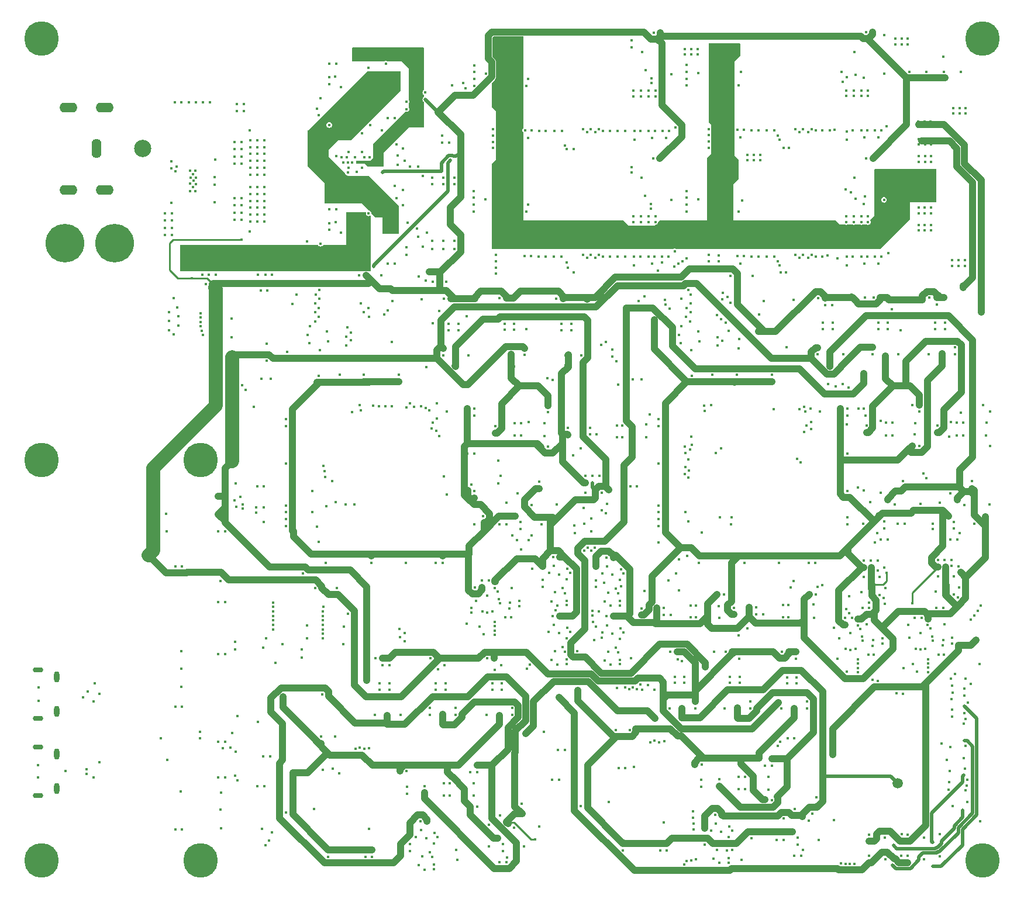
<source format=gbr>
%TF.GenerationSoftware,KiCad,Pcbnew,7.0.8*%
%TF.CreationDate,2024-02-26T22:00:31+02:00*%
%TF.ProjectId,ESLGSU,45534c47-5355-42e6-9b69-6361645f7063,rev?*%
%TF.SameCoordinates,Original*%
%TF.FileFunction,Copper,L4,Inr*%
%TF.FilePolarity,Positive*%
%FSLAX46Y46*%
G04 Gerber Fmt 4.6, Leading zero omitted, Abs format (unit mm)*
G04 Created by KiCad (PCBNEW 7.0.8) date 2024-02-26 22:00:31*
%MOMM*%
%LPD*%
G01*
G04 APERTURE LIST*
%TA.AperFunction,ComponentPad*%
%ADD10C,5.000000*%
%TD*%
%TA.AperFunction,ComponentPad*%
%ADD11C,1.500000*%
%TD*%
%TA.AperFunction,ComponentPad*%
%ADD12O,0.800000X1.600000*%
%TD*%
%TA.AperFunction,ComponentPad*%
%ADD13O,1.500000X0.750000*%
%TD*%
%TA.AperFunction,ComponentPad*%
%ADD14C,5.600000*%
%TD*%
%TA.AperFunction,ComponentPad*%
%ADD15C,2.500000*%
%TD*%
%TA.AperFunction,ComponentPad*%
%ADD16O,1.400000X2.800000*%
%TD*%
%TA.AperFunction,ComponentPad*%
%ADD17O,2.600000X1.400000*%
%TD*%
%TA.AperFunction,ViaPad*%
%ADD18C,0.450000*%
%TD*%
%TA.AperFunction,Conductor*%
%ADD19C,1.000000*%
%TD*%
%TA.AperFunction,Conductor*%
%ADD20C,0.254000*%
%TD*%
%TA.AperFunction,Conductor*%
%ADD21C,0.508000*%
%TD*%
%TA.AperFunction,Conductor*%
%ADD22C,2.000000*%
%TD*%
G04 APERTURE END LIST*
D10*
%TO.N,Net-(H1-Pad1)*%
%TO.C,H2*%
X216200000Y-37000000D03*
%TD*%
D11*
%TO.N,/Misc_uC_Combined/M1VBUS*%
%TO.C,U93*%
X203955000Y-144820000D03*
%TD*%
D10*
%TO.N,GND*%
%TO.C,U72*%
X80000000Y-98000000D03*
X80000000Y-156000000D03*
X103000000Y-98000000D03*
X103000000Y-156000000D03*
%TD*%
D12*
%TO.N,GND*%
%TO.C,J5*%
X82170000Y-129430000D03*
X82170000Y-134430000D03*
D13*
X79470000Y-128405000D03*
X79470000Y-135455000D03*
%TD*%
D10*
%TO.N,Net-(H1-Pad1)*%
%TO.C,H1*%
X80000000Y-37000000D03*
%TD*%
D14*
%TO.N,/System_Power/VBAT*%
%TO.C,J2*%
X90545000Y-66580000D03*
%TO.N,GND*%
X83345000Y-66580000D03*
%TD*%
D15*
%TO.N,/System_Power/POWER_IN*%
%TO.C,J1*%
X94595000Y-52930000D03*
D16*
%TO.N,GND*%
X87945000Y-52930000D03*
D17*
X83895000Y-58930000D03*
X89095000Y-58930000D03*
X83895000Y-46930000D03*
X89095000Y-46930000D03*
%TD*%
D12*
%TO.N,GND*%
%TO.C,J7*%
X82170000Y-140580000D03*
X82170000Y-145580000D03*
D13*
X79470000Y-139555000D03*
X79470000Y-146605000D03*
%TD*%
D10*
%TO.N,Net-(H1-Pad1)*%
%TO.C,H3*%
X216200000Y-156000000D03*
%TD*%
D18*
%TO.N,/REG_CH2_EF*%
X127300000Y-75967500D03*
%TO.N,/Main_uC/VBUS*%
X202320000Y-114355000D03*
%TO.N,/EN_3V3_S2*%
X113375000Y-151925000D03*
%TO.N,/EN_3V3_S1*%
X111875000Y-151425000D03*
%TO.N,/EN_5V_S2*%
X112375000Y-153825000D03*
%TO.N,/EN_5V_S1*%
X112950000Y-153125000D03*
%TO.N,/EN_3V3_S2*%
X174275000Y-148900000D03*
%TO.N,/EN_3V3_S1*%
X174300000Y-149850000D03*
%TO.N,/EN_5V_S2*%
X174362500Y-150687500D03*
%TO.N,/EN_5V_S1*%
X174425000Y-151500000D03*
%TO.N,GND*%
X204400000Y-155300000D03*
%TO.N,/5V_S2*%
X209000000Y-156900000D03*
%TO.N,GND*%
X210000000Y-155400000D03*
X204500000Y-152200000D03*
X199800000Y-152300000D03*
X202100000Y-152700000D03*
%TO.N,/5V_S1*%
X203200000Y-156700000D03*
%TO.N,/EN_3V3_S1*%
X130700000Y-90200000D03*
%TO.N,/EN_3V3_S2*%
X129800000Y-90200000D03*
%TO.N,/EN_5V_S1*%
X128800000Y-90200000D03*
%TO.N,/EN_5V_S2*%
X128000000Y-90178400D03*
%TO.N,/3V3_S1*%
X203300000Y-153800000D03*
%TO.N,/3V3_S2*%
X209000000Y-153400000D03*
%TO.N,/BUS_5V*%
X154900000Y-132430000D03*
%TO.N,GND*%
X210012500Y-152240000D03*
%TO.N,/BUS_3V3*%
X199812500Y-153250000D03*
X205412500Y-153250000D03*
%TO.N,GND*%
X205412500Y-152250000D03*
X207712500Y-152750000D03*
%TO.N,/BUS_5V*%
X199812500Y-156350000D03*
%TO.N,GND*%
X199812500Y-155350000D03*
X202112500Y-155850000D03*
%TO.N,/BUS_5V*%
X205412500Y-156350000D03*
%TO.N,GND*%
X205412500Y-155350000D03*
X207712500Y-155850000D03*
%TO.N,/SYS_5V*%
X138000000Y-52000000D03*
X144600000Y-75800000D03*
X139195000Y-54580000D03*
X121645000Y-64667500D03*
X192320000Y-81730000D03*
X127545000Y-49480000D03*
X106535000Y-103255000D03*
X139000000Y-52000000D03*
X168310799Y-134930600D03*
X200320000Y-81705000D03*
X127095000Y-129930000D03*
X149877249Y-81805000D03*
X106535000Y-105855000D03*
X143800000Y-75800000D03*
X138127249Y-81830000D03*
X128095000Y-70030000D03*
X136224749Y-133935600D03*
X138000000Y-51000000D03*
X127095000Y-128930000D03*
X105535000Y-103255000D03*
X167710799Y-134330600D03*
X105535000Y-105855000D03*
X129245000Y-50280000D03*
X150110799Y-137630600D03*
X121620000Y-43580000D03*
%TO.N,GND*%
X201020000Y-112555000D03*
X79520000Y-132930000D03*
X138145000Y-67480000D03*
X160145000Y-68730000D03*
X148400000Y-79150000D03*
X212645000Y-117905000D03*
X180901564Y-143880600D03*
X79470000Y-142230000D03*
X196545000Y-50400000D03*
X202230000Y-94425000D03*
X99335000Y-133755000D03*
X199200000Y-59800000D03*
X159495000Y-50130000D03*
X127399749Y-151435600D03*
X211995000Y-47030000D03*
X212895000Y-47830000D03*
X88350000Y-131900000D03*
X171006564Y-125785600D03*
X169330000Y-98490000D03*
X107945000Y-62180000D03*
X121645000Y-63687500D03*
X146650000Y-130400000D03*
X165795000Y-50330000D03*
X148400000Y-78250000D03*
X107945000Y-60080000D03*
X159445000Y-68330000D03*
X135704549Y-152830800D03*
X166745000Y-62730000D03*
X139119749Y-144830600D03*
X105535000Y-108355000D03*
X136545000Y-57080000D03*
X169895000Y-50330000D03*
X211845000Y-69880000D03*
X108945000Y-60080000D03*
X168795000Y-50330000D03*
X199645000Y-44480000D03*
X195245000Y-68800000D03*
X173345000Y-61030000D03*
X134804549Y-150330800D03*
X122449749Y-138085600D03*
X154592700Y-104476000D03*
X145745000Y-69230000D03*
X154917964Y-123108407D03*
X167845000Y-62730000D03*
X173345000Y-59030000D03*
X213645000Y-69080000D03*
X113049749Y-140935600D03*
X213400000Y-92620000D03*
X106535000Y-118555000D03*
X198645000Y-62730000D03*
X140350000Y-78300000D03*
X130120000Y-48480000D03*
X179006564Y-125785600D03*
X163345000Y-68530000D03*
X126345000Y-55680000D03*
X209700000Y-93020000D03*
X143019749Y-143230600D03*
X138657500Y-103030000D03*
X111857500Y-86230000D03*
X212035000Y-106973600D03*
X79470000Y-143980000D03*
X163331564Y-130994350D03*
X128950000Y-130400000D03*
X197095000Y-125505000D03*
X173950000Y-119130000D03*
X201503600Y-102758800D03*
X172629053Y-78605200D03*
X190945000Y-50480000D03*
X161245000Y-68530000D03*
X107945000Y-55080000D03*
X212895000Y-47030000D03*
X197800000Y-42200000D03*
X144295000Y-42030000D03*
X193100000Y-79050000D03*
X115330000Y-98490000D03*
X142545000Y-61030000D03*
X103345000Y-46180000D03*
X97845000Y-62280000D03*
X97845000Y-65380000D03*
X173050000Y-129400000D03*
X178101564Y-144280600D03*
X196630000Y-102490000D03*
X149360300Y-107016000D03*
%TO.N,/5V_S1*%
X213607500Y-138680000D03*
%TO.N,GND*%
X136545000Y-66280000D03*
X173950000Y-120830000D03*
X166845000Y-57130000D03*
X83470000Y-143080000D03*
X186045000Y-50280000D03*
X197445000Y-50280000D03*
%TO.N,/5V_S2*%
X213607500Y-133680000D03*
%TO.N,GND*%
X151995000Y-50330000D03*
X149995000Y-50230000D03*
X190781564Y-133985600D03*
X115330000Y-93090000D03*
X176545000Y-51880000D03*
X108245000Y-47480000D03*
X179650000Y-129400000D03*
X196630000Y-90590000D03*
X145745000Y-68330000D03*
X105535000Y-143955000D03*
X135745000Y-65080000D03*
X192030000Y-112890000D03*
X181145000Y-51280000D03*
X135145000Y-56880000D03*
X160757500Y-100330000D03*
X135419749Y-145230600D03*
X153931564Y-144335600D03*
X166745000Y-63530000D03*
X173345000Y-62030000D03*
X197645000Y-57130000D03*
X112477364Y-123864800D03*
X115330000Y-106590000D03*
X206945000Y-61480000D03*
X186730000Y-112890000D03*
X119577364Y-116564800D03*
X144499749Y-126735600D03*
X199545000Y-68530000D03*
X171195000Y-42130000D03*
X168345000Y-69530000D03*
X181645000Y-50180000D03*
X145345000Y-50130000D03*
X181645000Y-68430000D03*
X163131564Y-137135600D03*
X201920000Y-117955000D03*
X161295000Y-50330000D03*
X133349749Y-154685600D03*
X155250000Y-78300000D03*
X181050000Y-129400000D03*
X170050000Y-119430000D03*
X163257500Y-93030000D03*
X121645000Y-61667500D03*
X208795000Y-54030000D03*
X138950000Y-79200000D03*
X190245000Y-68330000D03*
X168395000Y-51330000D03*
X101500000Y-58000000D03*
X203130000Y-92625000D03*
X138450000Y-131250000D03*
X154930000Y-114580000D03*
X193045000Y-68530000D03*
X132845000Y-67167500D03*
X106535000Y-108355000D03*
X187900000Y-130400000D03*
X130777500Y-74992500D03*
X167845000Y-68530000D03*
X132945000Y-63680000D03*
X119157500Y-105530000D03*
X182606564Y-133985600D03*
X112099749Y-140935600D03*
X125977500Y-71292500D03*
X170395000Y-51330000D03*
X181050000Y-130300000D03*
X101445000Y-56130000D03*
X168895000Y-45330000D03*
X196445000Y-62730000D03*
X199645000Y-63530000D03*
X213507500Y-136180000D03*
X187181564Y-125785600D03*
X194709564Y-150188800D03*
X121449749Y-155485600D03*
X196445000Y-44480000D03*
X196630000Y-97090000D03*
X212500000Y-92620000D03*
X161755000Y-112130000D03*
X201145000Y-51280000D03*
X98845000Y-62280000D03*
X148099749Y-134935600D03*
X192120000Y-117455000D03*
X131345000Y-60080000D03*
X144730000Y-115480000D03*
X98845000Y-65380000D03*
X201100000Y-79050000D03*
X126630000Y-85690000D03*
X171650000Y-130300000D03*
X206995000Y-54830000D03*
X127320000Y-41180000D03*
X137050000Y-130350000D03*
X150145000Y-62030000D03*
X135545000Y-44780000D03*
X189745000Y-50480000D03*
X171145000Y-60330000D03*
X108945000Y-54080000D03*
X170906564Y-133985600D03*
X199545000Y-50280000D03*
X145690000Y-93100000D03*
X126345000Y-50680000D03*
X179729053Y-71305200D03*
X132345000Y-58880000D03*
X187900000Y-129500000D03*
X111249749Y-145285600D03*
X173050000Y-130300000D03*
X108945000Y-63180000D03*
X180945000Y-43780000D03*
X105535000Y-126155000D03*
X178050000Y-69250000D03*
X113877364Y-127364800D03*
X108945000Y-52980000D03*
X180745000Y-68430000D03*
X115330000Y-92090000D03*
X156650000Y-78300000D03*
X148370149Y-151240400D03*
X107945000Y-54080000D03*
X130350000Y-131300000D03*
X145745000Y-70130000D03*
X173345000Y-60030000D03*
X97845000Y-63280000D03*
X192169564Y-146836000D03*
X204653200Y-101031600D03*
X188120000Y-119055000D03*
X138219749Y-144830600D03*
X139119749Y-146630600D03*
X211995000Y-47830000D03*
X197545000Y-62730000D03*
X107945000Y-61080000D03*
X142595000Y-42830000D03*
X213795000Y-47030000D03*
X194145000Y-50280000D03*
X150935100Y-104577600D03*
X113157500Y-86230000D03*
X196545000Y-68530000D03*
X132849749Y-143085600D03*
X154145000Y-68530000D03*
X217267400Y-104433600D03*
X145745000Y-71030000D03*
X132545000Y-54680000D03*
X197545000Y-63530000D03*
X144530000Y-120080000D03*
X98745000Y-60780000D03*
X169531564Y-154535600D03*
X176545000Y-50980000D03*
X199020000Y-114955000D03*
X181145000Y-69530000D03*
X210545000Y-39630000D03*
%TO.N,/3V3_S2*%
X213507500Y-143680000D03*
%TO.N,GND*%
X176545000Y-52780000D03*
X196630000Y-91590000D03*
X171815000Y-114430000D03*
X98845000Y-64380000D03*
X99092500Y-74605000D03*
X134545000Y-55480000D03*
X118445000Y-66330000D03*
X166180000Y-101790000D03*
X115349749Y-149085600D03*
X162655000Y-114630000D03*
X132730000Y-112890000D03*
X122645000Y-61667500D03*
X192045000Y-68530000D03*
X127849749Y-155485600D03*
X168845000Y-63530000D03*
X152520000Y-116380000D03*
X200020000Y-112555000D03*
X167845000Y-63530000D03*
X149945000Y-68430000D03*
X201545000Y-50280000D03*
X133345000Y-55480000D03*
X172529053Y-81105200D03*
X146795349Y-153678800D03*
X208420000Y-82705000D03*
X139745000Y-58080000D03*
X165230000Y-101790000D03*
X210420000Y-124880000D03*
X130350000Y-130400000D03*
X150395000Y-51330000D03*
X185730000Y-85690000D03*
X121130000Y-112890000D03*
X108945000Y-61080000D03*
X211577800Y-102808000D03*
X169330000Y-104590000D03*
X173345000Y-40780000D03*
X138145000Y-66280000D03*
X163257500Y-94730000D03*
X173345000Y-41780000D03*
X204020000Y-82705000D03*
X207220000Y-125480000D03*
X168845000Y-62730000D03*
X144245000Y-60230000D03*
X109245000Y-47480000D03*
X124377364Y-120264800D03*
X189145000Y-50080000D03*
X107945000Y-63180000D03*
X166795000Y-44530000D03*
X165695000Y-44530000D03*
X198645000Y-68530000D03*
X187320000Y-119055000D03*
X165695000Y-45330000D03*
X206995000Y-54030000D03*
X180220000Y-119425000D03*
X168895000Y-44530000D03*
X201100000Y-78150000D03*
X184945000Y-68530000D03*
X152027749Y-151138800D03*
X140350000Y-79200000D03*
X164495000Y-50330000D03*
X189745000Y-68730000D03*
X194800000Y-50200000D03*
X98845000Y-63280000D03*
X129820000Y-40580000D03*
X213795000Y-47830000D03*
X187081564Y-133985600D03*
X136324749Y-126735600D03*
X207030000Y-96025000D03*
X162131564Y-147585600D03*
X200645000Y-50280000D03*
X169800000Y-69400000D03*
X142545000Y-59030000D03*
X142545000Y-60030000D03*
X148490000Y-92700000D03*
X166895000Y-38930000D03*
X212220000Y-82705000D03*
X197545000Y-45280000D03*
X174130000Y-85790000D03*
X158345000Y-68330000D03*
X120277500Y-82092500D03*
X131545000Y-55280000D03*
X174029053Y-82105200D03*
X175045000Y-41980000D03*
X207895000Y-54030000D03*
X208795000Y-54830000D03*
X169845000Y-68530000D03*
X158395000Y-50130000D03*
X160645000Y-68330000D03*
X108945000Y-55080000D03*
X154017964Y-120608407D03*
X99335000Y-113455000D03*
X176545000Y-68330000D03*
X180630000Y-85690000D03*
X142630000Y-102490000D03*
X170795000Y-50330000D03*
X209350000Y-79050000D03*
X138450000Y-130350000D03*
X134345000Y-64480000D03*
X138219749Y-146630600D03*
X155731564Y-139985600D03*
X198645000Y-45280000D03*
X155245000Y-68530000D03*
X190245000Y-50080000D03*
X156157500Y-93400000D03*
X197445000Y-68530000D03*
X139745000Y-67480000D03*
X198645000Y-50280000D03*
X149390000Y-92700000D03*
X160695000Y-50130000D03*
X165645000Y-62730000D03*
X196445000Y-45280000D03*
X158757500Y-100330000D03*
X208520000Y-74505000D03*
X123130000Y-85690000D03*
X131730000Y-85690000D03*
X190945000Y-68730000D03*
X136224749Y-134935600D03*
X108945000Y-51980000D03*
X199020000Y-112555000D03*
X139924749Y-134935600D03*
X207895000Y-54830000D03*
X104345000Y-46180000D03*
X131545000Y-53880000D03*
X200420000Y-74505000D03*
X131345000Y-52280000D03*
X176545000Y-50080000D03*
X132820000Y-46080000D03*
X138127249Y-82830000D03*
X181730000Y-112890000D03*
X169330000Y-107590000D03*
X200295000Y-124905000D03*
X152995000Y-50330000D03*
X188120000Y-120755000D03*
X199345000Y-54330000D03*
X124445000Y-53380000D03*
X107945000Y-52980000D03*
X142630000Y-97090000D03*
X182745000Y-68530000D03*
X126345000Y-53380000D03*
X166645000Y-68530000D03*
X178750000Y-117530000D03*
X136545000Y-67480000D03*
X100335000Y-113455000D03*
X105535000Y-138855000D03*
X143019749Y-148230600D03*
X193045000Y-50280000D03*
X161657500Y-105730000D03*
X211845000Y-69080000D03*
X159757500Y-100330000D03*
X99092500Y-79805000D03*
X211745000Y-112505000D03*
X165745000Y-68530000D03*
X115330000Y-104590000D03*
X171650000Y-129400000D03*
X187320000Y-120755000D03*
X199645000Y-45280000D03*
X178386364Y-151880800D03*
X154881564Y-144335600D03*
X189145000Y-68330000D03*
X215857500Y-150330000D03*
X176545000Y-69230000D03*
X196445000Y-63530000D03*
X137050000Y-131250000D03*
X199145000Y-51280000D03*
X139445000Y-43780000D03*
X180745000Y-50180000D03*
X169330000Y-93090000D03*
X138657500Y-91030000D03*
X150195000Y-43830000D03*
X207193200Y-104384400D03*
X198645000Y-63530000D03*
X108945000Y-62180000D03*
X202500000Y-79050000D03*
X165570000Y-86330000D03*
X160195000Y-50530000D03*
X109245000Y-46480000D03*
X163395000Y-50330000D03*
X100245000Y-46180000D03*
X154195000Y-50330000D03*
X203130000Y-94425000D03*
X170081564Y-150485600D03*
X121620000Y-42600000D03*
X178050000Y-68350000D03*
X178906564Y-133985600D03*
X100335000Y-151555000D03*
X213400000Y-94420000D03*
X112199749Y-145285600D03*
X101550000Y-57150000D03*
X103812500Y-72505000D03*
X147000000Y-78250000D03*
X197645000Y-38880000D03*
X152052700Y-101123200D03*
X106535000Y-143955000D03*
X201145000Y-69530000D03*
X161742964Y-120658407D03*
X202500000Y-78150000D03*
X183745000Y-68530000D03*
X168545000Y-54330000D03*
X199145000Y-69530000D03*
X183420000Y-119355000D03*
X191030000Y-112890000D03*
X175531564Y-142135600D03*
X145345000Y-51930000D03*
X102345000Y-46180000D03*
X168745000Y-68530000D03*
X115330000Y-107590000D03*
X98745000Y-55780000D03*
X210750000Y-79050000D03*
X201545000Y-68530000D03*
X142595000Y-43830000D03*
X139745000Y-66280000D03*
X193100000Y-78150000D03*
X155295000Y-50330000D03*
X207845000Y-62280000D03*
X168057500Y-91430000D03*
X209745000Y-112505000D03*
X120449749Y-138085600D03*
X159357500Y-93330000D03*
X146338149Y-149513200D03*
X126849749Y-155485600D03*
X207030000Y-91025000D03*
X165645000Y-63530000D03*
X213645000Y-69880000D03*
X173345000Y-43780000D03*
X179650000Y-130300000D03*
X158031564Y-148135600D03*
X132820000Y-47180000D03*
X192670000Y-91030000D03*
X189300000Y-129500000D03*
X183745000Y-50280000D03*
X217300000Y-96020000D03*
X166850000Y-119500000D03*
X191445000Y-50080000D03*
X203535600Y-104486000D03*
X200645000Y-68530000D03*
X149877249Y-82805000D03*
X145345000Y-52830000D03*
X112180000Y-101790000D03*
X146650000Y-131300000D03*
X170745000Y-68530000D03*
X208745000Y-62280000D03*
X138030000Y-112890000D03*
X210750000Y-78150000D03*
X139745000Y-57080000D03*
X197545000Y-44480000D03*
X115330000Y-105590000D03*
X111230000Y-101790000D03*
X192420000Y-74530000D03*
X169330000Y-105590000D03*
X128224749Y-134935600D03*
X181801564Y-143880600D03*
X118877500Y-78592500D03*
X212745000Y-69880000D03*
X99245000Y-46180000D03*
X120649749Y-131944350D03*
X189019964Y-148563200D03*
X156650000Y-79200000D03*
X182745000Y-50280000D03*
X136545000Y-58080000D03*
X173220000Y-105530000D03*
X194500000Y-79050000D03*
X166870000Y-86330000D03*
X206945000Y-62280000D03*
X215757500Y-127530000D03*
X79520000Y-130930000D03*
X127730000Y-112890000D03*
X202230000Y-92625000D03*
X167895000Y-45330000D03*
X132845000Y-68267500D03*
X138145000Y-58080000D03*
X141827249Y-82830000D03*
X208745000Y-61480000D03*
X196295000Y-120905000D03*
X212195000Y-128980000D03*
X191445000Y-68330000D03*
X184945000Y-50280000D03*
X198645000Y-44480000D03*
X168595000Y-36130000D03*
X166695000Y-50330000D03*
X127345000Y-62267500D03*
X142595000Y-40830000D03*
X206420000Y-120880000D03*
X151945000Y-68530000D03*
X162245000Y-68530000D03*
X99335000Y-151555000D03*
X189477164Y-152728800D03*
X170531564Y-154535600D03*
X164057500Y-94730000D03*
X132345000Y-52880000D03*
X199430000Y-93025000D03*
X167895000Y-44530000D03*
X175045000Y-60230000D03*
X185701564Y-147280600D03*
X186045000Y-68530000D03*
X210745000Y-112505000D03*
X121645000Y-49480000D03*
X169330000Y-106590000D03*
X199645000Y-62730000D03*
X164131564Y-154535600D03*
X147000000Y-79150000D03*
X201945000Y-60330000D03*
X122620000Y-40580000D03*
X105535000Y-118555000D03*
X154030000Y-112080000D03*
X214727400Y-101080800D03*
X201945000Y-42080000D03*
X149390000Y-94500000D03*
X138227249Y-74630000D03*
X217300000Y-91020000D03*
X158995000Y-50530000D03*
X176031564Y-153735600D03*
X174606564Y-133985600D03*
X131145000Y-58280000D03*
X154781564Y-139985600D03*
X173345000Y-42780000D03*
X191051964Y-150290400D03*
X184529053Y-75005200D03*
X177486364Y-149380800D03*
X132345000Y-61080000D03*
X153290000Y-91100000D03*
X145250000Y-131300000D03*
X119850000Y-47150000D03*
X121620000Y-40580000D03*
X148903100Y-102850400D03*
X143730000Y-115480000D03*
X201960800Y-106924400D03*
X207420000Y-120880000D03*
X106535000Y-138855000D03*
X213609800Y-104535200D03*
X180901564Y-145680600D03*
X213745000Y-145880000D03*
X180945000Y-62030000D03*
X164445000Y-68530000D03*
X149487749Y-147786000D03*
X145250000Y-130400000D03*
X142630000Y-91590000D03*
X101524167Y-59030869D03*
X177130000Y-85690000D03*
X138145000Y-57080000D03*
X209350000Y-78150000D03*
X148490000Y-94500000D03*
X119449749Y-148535600D03*
X181801564Y-145680600D03*
X138950000Y-78300000D03*
X101959725Y-57583433D03*
X97845000Y-64380000D03*
X158757500Y-102730000D03*
X192045000Y-50280000D03*
X165131564Y-137135600D03*
X162295000Y-50330000D03*
X162642964Y-123158407D03*
X164057500Y-93030000D03*
%TO.N,/3V3_S1*%
X213357500Y-148730000D03*
%TO.N,GND*%
X207845000Y-61480000D03*
X212500000Y-94420000D03*
X199345000Y-36080000D03*
X212745000Y-69080000D03*
X160270000Y-116430000D03*
X100335000Y-133755000D03*
X142545000Y-62030000D03*
X142630000Y-90590000D03*
X107945000Y-51980000D03*
X135145000Y-67080000D03*
X142595000Y-41830000D03*
X193800000Y-68400000D03*
X117842500Y-114480000D03*
X175130000Y-112890000D03*
X150845000Y-68430000D03*
X146277249Y-74605000D03*
X192320000Y-82730000D03*
X130145000Y-69567500D03*
X154527249Y-74630000D03*
X158127249Y-82830000D03*
X152945000Y-68530000D03*
X158945000Y-68730000D03*
X147730000Y-119480000D03*
X101345000Y-46180000D03*
X145345000Y-51030000D03*
X196020000Y-82730000D03*
X128324749Y-126735600D03*
X98745000Y-54780000D03*
X131924749Y-134935600D03*
X167895000Y-50330000D03*
X194500000Y-78150000D03*
X189300000Y-130400000D03*
X137030000Y-112890000D03*
X197295000Y-120905000D03*
X144399749Y-134935600D03*
X185701564Y-142280600D03*
X124445000Y-55680000D03*
X200320000Y-82705000D03*
X213507500Y-141180000D03*
X150895000Y-50230000D03*
X174750000Y-120830000D03*
X106535000Y-126155000D03*
X128950000Y-131300000D03*
X134545000Y-65680000D03*
X120130000Y-85790000D03*
X174750000Y-119130000D03*
X155250000Y-79200000D03*
X166795000Y-45330000D03*
X153290000Y-96100000D03*
X209745000Y-114905000D03*
X108245000Y-46480000D03*
X169330000Y-92090000D03*
%TO.N,/System_Power/POWER_IN*%
X126445000Y-54880000D03*
X127145000Y-54880000D03*
X125816497Y-54880000D03*
X125995000Y-39830000D03*
X125895000Y-38880000D03*
X125345000Y-39480000D03*
%TO.N,/BUS_3V3*%
X213095000Y-91130000D03*
X212220000Y-81705000D03*
X216000000Y-76800000D03*
X207795000Y-49780000D03*
X148099749Y-133935600D03*
X216000000Y-75200000D03*
X174945000Y-39280000D03*
X173145000Y-38480000D03*
X174045000Y-38480000D03*
X207795000Y-48980000D03*
X173145000Y-39280000D03*
X216000000Y-76000000D03*
X206895000Y-48980000D03*
X215245000Y-124130000D03*
X208695000Y-48980000D03*
X190781564Y-132985600D03*
X174045000Y-39280000D03*
X174945000Y-38480000D03*
X208695000Y-49780000D03*
X206895000Y-49780000D03*
X194495000Y-140730000D03*
%TO.N,/Fixed_Regulators/SCL_3V3*%
X136600000Y-72200000D03*
X98400000Y-79200000D03*
X156000000Y-53000000D03*
X165400000Y-37200000D03*
%TO.N,/Fixed_Regulators/SDA_3V3*%
X138600000Y-72200000D03*
X99800000Y-78505000D03*
X165400000Y-38200000D03*
X157000000Y-53000000D03*
%TO.N,/BUS_UNREG*%
X146745000Y-55880000D03*
X146745000Y-57880000D03*
X208795000Y-58980000D03*
X146545000Y-39080000D03*
X176945000Y-38880000D03*
X206995000Y-58980000D03*
X178000000Y-58200000D03*
X145545000Y-38080000D03*
X176945000Y-37880000D03*
X177945000Y-38880000D03*
X178000000Y-57200000D03*
X207845000Y-56530000D03*
X177000000Y-58200000D03*
X208795000Y-59780000D03*
X206995000Y-59780000D03*
X178945000Y-39880000D03*
X177945000Y-39880000D03*
X177000000Y-56200000D03*
X178945000Y-38880000D03*
X145745000Y-55880000D03*
X207895000Y-58980000D03*
X206945000Y-57330000D03*
X206945000Y-56530000D03*
X147545000Y-37080000D03*
X146745000Y-56880000D03*
X147745000Y-55880000D03*
X146545000Y-38080000D03*
X145745000Y-56880000D03*
X145745000Y-57880000D03*
X146545000Y-37080000D03*
X178000000Y-56200000D03*
X179000000Y-57200000D03*
X207845000Y-57330000D03*
X145545000Y-39080000D03*
X147545000Y-38080000D03*
X179000000Y-56200000D03*
X208745000Y-56530000D03*
X207895000Y-59780000D03*
X177000000Y-57200000D03*
X178945000Y-37880000D03*
X147745000Y-56880000D03*
X177945000Y-37880000D03*
X179000000Y-58200000D03*
X208745000Y-57330000D03*
X145545000Y-37080000D03*
X147545000Y-39080000D03*
X147745000Y-57880000D03*
X176945000Y-39880000D03*
%TO.N,/BUS_5V*%
X206995000Y-51530000D03*
X182200000Y-53800000D03*
X214800000Y-71600000D03*
X208795000Y-51530000D03*
X213400000Y-72800000D03*
X176117339Y-128027661D03*
X184000000Y-53800000D03*
X176145000Y-127290000D03*
X183100000Y-54600000D03*
X208795000Y-52330000D03*
X207895000Y-51530000D03*
X182606564Y-132985600D03*
X199025000Y-85460000D03*
X182200000Y-54600000D03*
X204335775Y-79235775D03*
X206995000Y-52330000D03*
X207895000Y-52330000D03*
X183100000Y-53800000D03*
X184000000Y-54600000D03*
X214200000Y-72200000D03*
X139924749Y-133935600D03*
%TO.N,/SYS_3V3*%
X200345000Y-54330000D03*
X197245000Y-74355000D03*
X158995000Y-74755000D03*
X209620000Y-74505000D03*
X142595000Y-74530000D03*
X183787053Y-79405200D03*
X123635364Y-124664800D03*
X140227249Y-74630000D03*
X126977500Y-71292500D03*
X145499749Y-126735600D03*
X130324749Y-126735600D03*
X180729053Y-71305200D03*
X155527249Y-74630000D03*
X172006564Y-125785600D03*
X139200000Y-62800000D03*
X169495000Y-54330000D03*
X139227249Y-74630000D03*
X120577364Y-116564800D03*
X210595000Y-42830000D03*
X189181564Y-125785600D03*
X135545000Y-45780000D03*
X136145000Y-70480000D03*
X129324749Y-126735600D03*
X201420000Y-74505000D03*
X207520000Y-74430000D03*
X137324749Y-126735600D03*
X173006564Y-125785600D03*
X147277249Y-74605000D03*
X139200000Y-61800000D03*
X200295000Y-36080000D03*
X156527249Y-74630000D03*
X104795000Y-72555000D03*
X169595000Y-36130000D03*
X138324749Y-126735600D03*
X96235000Y-105855000D03*
X181006564Y-125785600D03*
X108900000Y-66100000D03*
X180006564Y-125785600D03*
X148277249Y-74605000D03*
X188181564Y-125785600D03*
X130700000Y-80900000D03*
X101700000Y-71700000D03*
X193420000Y-74530000D03*
X130065000Y-76380000D03*
X194420000Y-74530000D03*
X129345000Y-56380000D03*
X118777500Y-81092500D03*
X210620000Y-74505000D03*
X174606564Y-132985600D03*
X202420000Y-74505000D03*
X186663114Y-133125600D03*
X139145000Y-63880000D03*
%TO.N,/BUS_CH1*%
X203600000Y-37800000D03*
X206945000Y-63980000D03*
X204500000Y-37800000D03*
X208745000Y-64780000D03*
X205400000Y-37800000D03*
X206945000Y-64780000D03*
X208745000Y-63980000D03*
X202000000Y-36450000D03*
X205400000Y-37000000D03*
X204500000Y-37000000D03*
X207845000Y-64780000D03*
X207845000Y-63980000D03*
X203600000Y-37000000D03*
%TO.N,/Fixed_Regulators/INT_3V3*%
X135600000Y-72000000D03*
X155718925Y-52437850D03*
X98455000Y-77855000D03*
%TO.N,/Fixed_Regulators/INT_5V*%
X99600000Y-75905000D03*
X156000000Y-69400000D03*
%TO.N,/Fixed_Regulators/SCL_5V*%
X99800000Y-77205000D03*
X165400000Y-55600000D03*
X156200000Y-70200000D03*
%TO.N,/Fixed_Regulators/SDA_5V*%
X165400000Y-56400000D03*
X98400000Y-76600000D03*
X157000000Y-70800000D03*
%TO.N,/Programmable_Regulators/INT_CH1*%
X103245000Y-71180000D03*
X171600000Y-70000000D03*
X186800000Y-51600000D03*
X103345000Y-79880000D03*
%TO.N,/Programmable_Regulators/SCL_CH1*%
X105245000Y-71180000D03*
X187400000Y-52800000D03*
X196000000Y-43200000D03*
X172200000Y-69600000D03*
X161000000Y-81300000D03*
X102995000Y-78630000D03*
X167300000Y-74300000D03*
%TO.N,/Programmable_Regulators/SDA_CH1*%
X104195000Y-71180000D03*
X172800000Y-69200000D03*
X166400000Y-75000000D03*
X195800000Y-41800000D03*
X161700000Y-80900000D03*
X188200000Y-52800000D03*
X103145000Y-79280000D03*
%TO.N,/Programmable_Regulators/INT_CH2*%
X102995000Y-78001497D03*
X170200000Y-74800000D03*
X111345000Y-71180000D03*
X162600000Y-82000000D03*
X186800000Y-69800000D03*
%TO.N,/Programmable_Regulators/SCL_CH2*%
X163200000Y-83700000D03*
X113345000Y-71180000D03*
X197200000Y-59200000D03*
X187000000Y-70800000D03*
X170300000Y-75500000D03*
X102995000Y-76730000D03*
%TO.N,/Programmable_Regulators/SDA_CH2*%
X162650000Y-83050000D03*
X102995000Y-77372994D03*
X112395000Y-71180000D03*
X196400000Y-58800000D03*
X187800000Y-70800000D03*
X170900000Y-76100000D03*
%TO.N,/System_Power/VBAT*%
X125969495Y-63587654D03*
X125666197Y-63037176D03*
X126345000Y-63030000D03*
X125295000Y-62530000D03*
X101645000Y-68430000D03*
X100645000Y-68430000D03*
X100645000Y-67430000D03*
X101645000Y-69380000D03*
X123645000Y-54880000D03*
X100645000Y-69380000D03*
X124973503Y-54880000D03*
X101645000Y-67430000D03*
X125645000Y-64180000D03*
X124345000Y-54880000D03*
X126045000Y-62530000D03*
X125295000Y-63630000D03*
X100645000Y-70380000D03*
%TO.N,/Main_uC/VBUS*%
X160255000Y-113440000D03*
X194145000Y-84380000D03*
X200020000Y-113555000D03*
X200178600Y-116013600D03*
X210745000Y-113505000D03*
X177750000Y-117530000D03*
X207795000Y-101955000D03*
X210895000Y-115980000D03*
X213045000Y-114305000D03*
X182420000Y-119355000D03*
X169050000Y-119430000D03*
X216657800Y-106262400D03*
X162742964Y-120658407D03*
X212552600Y-103812000D03*
X194120000Y-82755000D03*
X204653200Y-102098400D03*
X214727400Y-102147600D03*
X208345000Y-121029890D03*
X191120000Y-117455000D03*
X162755000Y-112130000D03*
X198219890Y-121054890D03*
X202478400Y-103762800D03*
%TO.N,/Main_uC/CAN1_TX*%
X201445000Y-92380000D03*
X175895000Y-90180000D03*
%TO.N,/Main_uC/CAN1_RX*%
X199295000Y-91580000D03*
X176945000Y-90080000D03*
%TO.N,/Main_uC/CAN1_SE*%
X173595000Y-73380000D03*
X206020000Y-90025000D03*
%TO.N,/Main_uC/RS4851_TXE*%
X170050000Y-120430000D03*
X167245000Y-116970000D03*
%TO.N,/Main_uC/UART1_REV*%
X201045000Y-114060000D03*
X199015000Y-90590000D03*
X179295000Y-74380000D03*
%TO.N,/Main_uC/UART1_nEN*%
X201995000Y-113580000D03*
X178595000Y-73830000D03*
X198295000Y-90530000D03*
%TO.N,/Main_uC/SPI1_nEN*%
X196585000Y-92810000D03*
X187825000Y-81700000D03*
X199485000Y-121770000D03*
X177795000Y-76980000D03*
%TO.N,/Main_uC/I2C1_nPEN*%
X194995000Y-87380000D03*
X173995000Y-76630000D03*
%TO.N,/Main_uC/I2C1_EN*%
X201960800Y-107889600D03*
X199928800Y-104128400D03*
X173345000Y-75980000D03*
X193895000Y-87030000D03*
%TO.N,/Main_uC/_GPIO_5*%
X160065000Y-110710000D03*
X161855000Y-113430000D03*
X162055000Y-117230000D03*
X173195000Y-99030000D03*
%TO.N,/Main_uC/_GPIO_6*%
X161414200Y-115830000D03*
X159586370Y-111117344D03*
X173695000Y-99530000D03*
%TO.N,/Main_uC/_GPIO_7*%
X173145000Y-100030000D03*
X161555000Y-118530000D03*
X163731638Y-115368936D03*
X159075000Y-110700000D03*
%TO.N,/Main_uC/_GPIO_8*%
X173645000Y-100530000D03*
X162355000Y-119130000D03*
X163855000Y-113830000D03*
X158515000Y-111180000D03*
%TO.N,/Main_uC/_GPIO_1*%
X173145000Y-96030000D03*
X162042964Y-125758407D03*
X161842964Y-121958407D03*
%TO.N,/Main_uC/_GPIO_2*%
X173845000Y-96530000D03*
X161125000Y-123730000D03*
%TO.N,/Main_uC/_GPIO_3*%
X163719602Y-123897343D03*
X173195000Y-97030000D03*
X159985000Y-124110000D03*
X161542964Y-127058407D03*
%TO.N,/Main_uC/_GPIO_4*%
X163842964Y-122358407D03*
X162342964Y-127658407D03*
X173600000Y-97900000D03*
%TO.N,/Main_uC/_SPI1_MOSI*%
X195495000Y-123805000D03*
X198159137Y-121958890D03*
X189695000Y-90630000D03*
%TO.N,/Main_uC/_SPI1_SCK*%
X196445000Y-119580000D03*
X198771740Y-123588702D03*
X195232500Y-126842500D03*
X190595000Y-91030000D03*
%TO.N,/Main_uC/_SPI1_NSS*%
X196899800Y-120175200D03*
X191345000Y-90530000D03*
%TO.N,/Main_uC/_SPI1_MISO*%
X196595000Y-128705000D03*
X190345000Y-90330000D03*
X194745000Y-122280000D03*
X201695000Y-123805000D03*
X196395000Y-125405000D03*
%TO.N,/Main_uC/_UART1_TX*%
X169345000Y-109930000D03*
X172295000Y-112430000D03*
%TO.N,/Main_uC/_UART1_RX*%
X198720000Y-117155000D03*
X198820000Y-119455000D03*
%TO.N,/Main_uC/_I2C1_SCL*%
X178395000Y-96330000D03*
X200995000Y-108580000D03*
%TO.N,/Main_uC/_I2C1_SDA*%
X198912800Y-107231200D03*
X201452800Y-109515200D03*
X177595000Y-97030000D03*
%TO.N,/Misc_uC_Combined/M1SUB3V3*%
X159031564Y-148135600D03*
X163131564Y-138135600D03*
X188715164Y-151865200D03*
X157631564Y-131335600D03*
X184731564Y-147235600D03*
X188931564Y-135335600D03*
X174531564Y-142135600D03*
X164131564Y-153535600D03*
X188931564Y-134035600D03*
X159031564Y-142385600D03*
X170531564Y-153535600D03*
%TO.N,/Misc_uC_Combined/M1SUB5V*%
X180731564Y-133935600D03*
X185701564Y-141280600D03*
X180731564Y-135230000D03*
X178101564Y-145280600D03*
%TO.N,/Misc_uC_Combined/M1VBUS*%
X189994764Y-149567200D03*
X192169564Y-147902800D03*
X178486364Y-149380800D03*
X172731564Y-134035600D03*
X175986364Y-150690800D03*
X172731564Y-135135600D03*
%TO.N,/Misc_uC_Combined/Misc_uCs/SUB3V3*%
X114949749Y-132285600D03*
X121449749Y-154485600D03*
X146249749Y-136285600D03*
X146033349Y-152815200D03*
X116349749Y-149085600D03*
X127849749Y-154485600D03*
X146249749Y-134985600D03*
X142049749Y-148185600D03*
X131849749Y-143085600D03*
X116349749Y-143335600D03*
X120449749Y-139085600D03*
%TO.N,/Misc_uC_Combined/Misc_uCs/SUB5V*%
X135419749Y-146230600D03*
X138049749Y-136180000D03*
X138049749Y-134885600D03*
X143019749Y-142230600D03*
%TO.N,/Misc_uC_Combined/Misc_uCs/VBUS*%
X151418149Y-152967600D03*
X133304549Y-151640800D03*
X130049749Y-136085600D03*
X149487749Y-148852800D03*
X147312949Y-150517200D03*
X130049749Y-134985600D03*
X135804549Y-150330800D03*
%TO.N,/Main_uC/SUB3V3*%
X185730000Y-86690000D03*
X196295000Y-121905000D03*
X210345000Y-84380000D03*
X199020000Y-113555000D03*
X206045000Y-118780000D03*
X201198800Y-106060800D03*
X180220000Y-120405000D03*
X195630000Y-90590000D03*
X211273000Y-106110000D03*
X206020000Y-96030000D03*
X195630000Y-102490000D03*
X170330000Y-106590000D03*
X170330000Y-92090000D03*
X174130000Y-86690000D03*
X195630000Y-97090000D03*
X168670000Y-77705000D03*
X210345000Y-82680000D03*
X166850000Y-120480000D03*
X181730000Y-111890000D03*
X170330000Y-107590000D03*
X170330000Y-105590000D03*
X170330000Y-98490000D03*
X170330000Y-93090000D03*
X186730000Y-111890000D03*
X209745000Y-113505000D03*
X180630000Y-86690000D03*
X175230000Y-111890000D03*
X170330000Y-104590000D03*
X192030000Y-111890000D03*
%TO.N,/Main_uC/SUB5V*%
X202145000Y-82705000D03*
X209700000Y-94020000D03*
X213170000Y-88155000D03*
X202145000Y-84380000D03*
X207030000Y-90025000D03*
X199430000Y-94025000D03*
%TO.N,/EPS_uC/SUB3V3*%
X116330000Y-98490000D03*
X141630000Y-97090000D03*
X148598300Y-106152400D03*
X116330000Y-107590000D03*
X142630000Y-103490000D03*
X126630000Y-86690000D03*
X116330000Y-106590000D03*
X156220000Y-84330000D03*
X121230000Y-111890000D03*
X131730000Y-86690000D03*
X156220000Y-82830000D03*
X143730000Y-116480000D03*
X138030000Y-111890000D03*
X158757500Y-101330000D03*
X142630000Y-104490000D03*
X152295000Y-96130000D03*
X116330000Y-105590000D03*
X127730000Y-111890000D03*
X156157500Y-94380000D03*
X120130000Y-86690000D03*
X116330000Y-93090000D03*
X116330000Y-92090000D03*
X141630000Y-102490000D03*
X116330000Y-104590000D03*
X141630000Y-90590000D03*
X132730000Y-111890000D03*
%TO.N,/EPS_uC/SUB5V*%
X145690000Y-94100000D03*
X148020000Y-82780000D03*
X153290000Y-90100000D03*
X148020000Y-84430000D03*
%TO.N,/EPS_uC/VBUS*%
X159916100Y-103788600D03*
X155017964Y-120608407D03*
X155030000Y-112080000D03*
X159757500Y-101330000D03*
X158215000Y-87790000D03*
X149877900Y-103854400D03*
X139945000Y-84505000D03*
X152530000Y-113390000D03*
X162057500Y-102130000D03*
X158357500Y-93330000D03*
X153983100Y-106304800D03*
X145634000Y-115629890D03*
X139920000Y-82805000D03*
X152052700Y-102190000D03*
%TO.N,/Misc_uC_Combined/PI_nRST_MISC2*%
X152738682Y-137358483D03*
X97270000Y-138305000D03*
%TO.N,/Misc_uC_Combined/PI_nRST_MISC1*%
X108345000Y-135080000D03*
X111310799Y-135930600D03*
%TO.N,/Main_uC/USB_VBUS*%
X87645000Y-130330000D03*
X190395000Y-93930000D03*
%TO.N,/Main_uC/USB_D-*%
X190745000Y-93030000D03*
X86695000Y-131550000D03*
%TO.N,/Main_uC/USB_D+*%
X86000000Y-132380000D03*
X191395000Y-92530000D03*
%TO.N,/Main_uC/USB_ID*%
X87545000Y-132980000D03*
X191395000Y-93530000D03*
%TO.N,/Main_uC/nRST*%
X163495000Y-87130000D03*
X109545000Y-87830000D03*
%TO.N,/EPS_uC/USB_VBUS*%
X88345000Y-141780000D03*
X137545000Y-94580000D03*
%TO.N,/EPS_uC/USB_D-*%
X136495000Y-93430000D03*
X86495000Y-142830000D03*
%TO.N,/EPS_uC/USB_D+*%
X86495000Y-143480000D03*
X136595000Y-92580000D03*
%TO.N,/EPS_uC/USB_ID*%
X137145000Y-93780000D03*
X87495000Y-144030000D03*
%TO.N,/EPS_uC/nRST*%
X108095000Y-101380000D03*
X105895000Y-148630000D03*
X112570000Y-81130000D03*
X119195000Y-102530000D03*
%TO.N,/EPS_uC/SWDIO*%
X115557500Y-82390000D03*
X137195000Y-92030000D03*
%TO.N,/EPS_uC/SWCLK*%
X112557500Y-83660000D03*
X135682500Y-84567500D03*
%TO.N,/CAN1_L*%
X206420000Y-94255000D03*
X142510799Y-146630600D03*
X185210799Y-145730600D03*
X214495000Y-121130000D03*
X152770000Y-94505000D03*
X211870000Y-148180000D03*
%TO.N,/CAN1_H*%
X185210799Y-143930600D03*
X214045000Y-147580000D03*
X215045000Y-120530000D03*
X152770000Y-92705000D03*
X142510799Y-144830600D03*
X206495000Y-92680000D03*
%TO.N,/CAN2_L*%
X215545000Y-119880000D03*
X216745000Y-94480000D03*
%TO.N,/CAN2_H*%
X215995000Y-119080000D03*
X216795000Y-92580000D03*
%TO.N,/RS4851_A*%
X167520000Y-94705000D03*
X178095000Y-120855000D03*
X211270000Y-145805000D03*
%TO.N,/RS4851_B*%
X213945000Y-145180000D03*
X167495000Y-92855000D03*
X178020000Y-119205000D03*
%TO.N,/RS4852_A*%
X211345000Y-144705000D03*
X191795000Y-120855000D03*
%TO.N,/RS4852_B*%
X213995000Y-144305000D03*
X191770000Y-118955000D03*
%TO.N,/UART1_TX*%
X170745000Y-115480000D03*
X199820000Y-118705000D03*
X159557500Y-106480000D03*
X112120000Y-104870000D03*
X211445000Y-143030000D03*
%TO.N,/UART1_RX*%
X112195000Y-107030000D03*
X201320000Y-117555000D03*
X161057500Y-105330000D03*
X213645000Y-142730000D03*
X159545000Y-108330000D03*
X199820000Y-119455000D03*
X172245000Y-116880000D03*
%TO.N,/UART2_RX*%
X213795000Y-129680000D03*
X212045000Y-117505000D03*
X210545000Y-119405000D03*
%TO.N,/I2C1_SCL*%
X147410799Y-155630600D03*
X190250000Y-154500000D03*
X203800000Y-131800000D03*
X211045000Y-141480000D03*
X203942000Y-107233200D03*
X150895000Y-108980000D03*
%TO.N,/I2C1_SDA*%
X202495000Y-109530000D03*
X204958000Y-107229200D03*
X149792549Y-153983600D03*
X192474364Y-153033600D03*
X200645000Y-109980000D03*
X204700000Y-131900000D03*
X189985164Y-155314000D03*
X147303349Y-156264000D03*
X152357500Y-107320800D03*
X150545000Y-109601200D03*
X210245000Y-139080000D03*
%TO.N,/I2C2_SCL*%
X212945000Y-108580000D03*
X211545000Y-139580000D03*
%TO.N,/I2C2_SDA*%
X212543000Y-109558800D03*
X213795000Y-139430000D03*
X215032200Y-107278400D03*
%TO.N,/SPI1_MISO*%
X198195000Y-128762006D03*
X160245000Y-122130000D03*
X145630000Y-123337006D03*
X149130000Y-119180000D03*
X201695000Y-124605000D03*
%TO.N,/SPI1_MOSI*%
X198195000Y-126876497D03*
X145630000Y-121451497D03*
X159695000Y-119880000D03*
X146330000Y-118780000D03*
X198895000Y-124205000D03*
%TO.N,/SPI1_SCK*%
X199695000Y-126205000D03*
X200295000Y-129880000D03*
X159695000Y-120530000D03*
X198195000Y-127505000D03*
X147130000Y-120780000D03*
X145630000Y-122080000D03*
%TO.N,/SPI1_NSS*%
X200495000Y-126205000D03*
X145630000Y-122708503D03*
X147930000Y-120780000D03*
X201095000Y-129980000D03*
X159795000Y-121480000D03*
X198195000Y-128133503D03*
%TO.N,/SPI2_MISO*%
X211820000Y-124580000D03*
X213745000Y-135530000D03*
X208320000Y-128737006D03*
%TO.N,/SPI2_MOSI*%
X211795000Y-135180000D03*
X209020000Y-124180000D03*
X208320000Y-126851497D03*
%TO.N,/SPI2_NSS*%
X213595000Y-134680000D03*
X208320000Y-128108503D03*
X210620000Y-126180000D03*
%TO.N,/SPI2_SCK*%
X208320000Y-127480000D03*
X209820000Y-126180000D03*
X211795000Y-134180000D03*
%TO.N,/GPIO_1*%
X174695000Y-155880000D03*
X161142964Y-122958407D03*
X166145000Y-131230000D03*
X136504549Y-155530800D03*
X214070000Y-133155000D03*
X134204549Y-152630800D03*
X163442964Y-125858407D03*
X155717964Y-125808407D03*
X153417964Y-122908407D03*
%TO.N,/GPIO_2*%
X211695000Y-132680000D03*
X165295000Y-126680000D03*
X174076635Y-155992430D03*
X157545000Y-125680000D03*
X165590693Y-130918175D03*
%TO.N,/GPIO_3*%
X173395000Y-156080000D03*
X163142964Y-125158407D03*
X213545000Y-132155000D03*
X136804549Y-156630800D03*
X163742964Y-126958407D03*
X155417964Y-125108407D03*
X165045000Y-131230000D03*
X136204549Y-154830800D03*
X156017964Y-126908407D03*
%TO.N,/GPIO_4*%
X211870000Y-131680000D03*
X173009137Y-156576110D03*
X156017964Y-127536910D03*
X156517964Y-122908407D03*
X163742964Y-127586910D03*
X136804549Y-157259303D03*
X137304549Y-152630800D03*
X164445000Y-130980000D03*
X164242964Y-122958407D03*
%TO.N,/GPIO_5*%
X155730000Y-117280000D03*
X168695000Y-131280000D03*
X213545000Y-131155000D03*
X179186364Y-154580800D03*
X161155000Y-114430000D03*
X163455000Y-117330000D03*
X153430000Y-114380000D03*
X176886364Y-151680800D03*
X195720000Y-156455000D03*
%TO.N,/GPIO_6*%
X163895000Y-116280000D03*
X211845000Y-130680000D03*
X167795000Y-130580000D03*
X181345000Y-155930000D03*
X196370000Y-156480000D03*
%TO.N,/GPIO_7*%
X179486364Y-155680800D03*
X156030000Y-118380000D03*
X197020000Y-156480000D03*
X180000000Y-154500000D03*
X163155000Y-116630000D03*
X155430000Y-116580000D03*
X166895000Y-131280000D03*
X214495000Y-130480000D03*
X163755000Y-118430000D03*
%TO.N,/GPIO_8*%
X156030000Y-119008503D03*
X179486364Y-156309303D03*
X179986364Y-151680800D03*
X197670000Y-156480000D03*
X156530000Y-114380000D03*
X166695000Y-130530000D03*
X163755000Y-119058503D03*
X164255000Y-114430000D03*
X211645000Y-129705000D03*
%TO.N,/REG_3V3_EF*%
X134600000Y-71400000D03*
X150400000Y-42800000D03*
%TO.N,/REG_5V_EF*%
X150400000Y-61000000D03*
X136600000Y-78200000D03*
%TO.N,/REG_CH1_EF*%
X126200000Y-75317500D03*
X169200000Y-70600000D03*
X181200000Y-41800000D03*
%TO.N,/REG_CH2_EF*%
X173400000Y-68800000D03*
X181400000Y-60400000D03*
%TO.N,/Misc_uC_Combined/PI_BOOTLDR_MISC2*%
X98220000Y-141430000D03*
X163510799Y-142630600D03*
%TO.N,/Misc_uC_Combined/UC2_CANSE*%
X184691564Y-142280600D03*
X120781564Y-119289800D03*
%TO.N,/Misc_uC_Combined/UC2_NVSYS*%
X132581564Y-124260600D03*
X120681564Y-123839800D03*
%TO.N,/Misc_uC_Combined/UC2_NVBUS*%
X120677364Y-123189800D03*
X131881564Y-123660600D03*
X189181564Y-126785600D03*
X177381564Y-125760600D03*
X180981564Y-126785600D03*
%TO.N,/PISER_RX*%
X188400000Y-116500000D03*
X108345000Y-144405000D03*
X175510799Y-145330600D03*
X132910799Y-146330600D03*
X196640000Y-107290000D03*
X142640000Y-107290000D03*
X193000000Y-116100000D03*
X111095000Y-105630000D03*
%TO.N,/PISER_TX*%
X196640000Y-106290000D03*
X143945000Y-106180000D03*
X107995000Y-143705000D03*
X175510799Y-144330600D03*
X111095000Y-104880000D03*
X132910799Y-145330600D03*
X192300000Y-116400000D03*
X188900000Y-115500000D03*
%TO.N,/Misc_uC_Combined/UC2_I2CNPEN*%
X191559964Y-149223600D03*
X120677364Y-119939800D03*
%TO.N,/Misc_uC_Combined/Misc_uCs1/_I2C1_SCL*%
X165731564Y-142485600D03*
X187445164Y-153037600D03*
%TO.N,/Misc_uC_Combined/Misc_uCs1/_I2C1_SDA*%
X188969164Y-155319600D03*
X164510799Y-142630600D03*
X186429164Y-153035600D03*
%TO.N,/Misc_uC_Combined/UC2_I2CEN*%
X189477164Y-153694000D03*
X187445164Y-149932800D03*
X120677364Y-120589800D03*
%TO.N,/Misc_uC_Combined/UC2_GPIONEN*%
X120677364Y-121239800D03*
X182745000Y-152780000D03*
%TO.N,/Misc_uC_Combined/UC2_NVT5V*%
X172081564Y-126870600D03*
X132581564Y-123060600D03*
X120677364Y-122539800D03*
X150281564Y-128260600D03*
%TO.N,/Misc_uC_Combined/UC2_NVT3V3*%
X131781564Y-122460600D03*
X172731564Y-127160600D03*
X150681564Y-127660600D03*
X120677364Y-121889800D03*
%TO.N,/Misc_uC_Combined/PI_BOOTLDR_MISC1*%
X120710799Y-142930600D03*
X108070000Y-140305000D03*
%TO.N,/Misc_uC_Combined/UC1_CANSE*%
X118381564Y-121960600D03*
X113477364Y-118639800D03*
X118381564Y-123860600D03*
X142009749Y-143230600D03*
%TO.N,/Misc_uC_Combined/UC1_NVSYS*%
X137399749Y-128330600D03*
X145574749Y-128430600D03*
%TO.N,/Misc_uC_Combined/UC1_NVBUS*%
X146499749Y-127735600D03*
X113477364Y-122539800D03*
X138299749Y-127735600D03*
%TO.N,/Misc_uC_Combined/UC1_I2CNPEN*%
X113477364Y-119289800D03*
X139981564Y-154460600D03*
%TO.N,/Misc_uC_Combined/Misc_uCs/_I2C1_SCL*%
X144763349Y-153987600D03*
X123049749Y-143435600D03*
%TO.N,/Misc_uC_Combined/Misc_uCs/_I2C1_SDA*%
X146287349Y-156269600D03*
X122149749Y-142735600D03*
%TO.N,/Misc_uC_Combined/UC1_I2CEN*%
X140181564Y-155960600D03*
X144763349Y-150882800D03*
X113481564Y-119939800D03*
X146795349Y-154644000D03*
%TO.N,/Misc_uC_Combined/UC1_GPIONEN*%
X113477364Y-120589800D03*
X133304549Y-153620800D03*
%TO.N,/Misc_uC_Combined/UC1_NVT5V*%
X113477364Y-121889800D03*
X129324749Y-127745600D03*
%TO.N,/Misc_uC_Combined/UC1_NVT3V3*%
X113477364Y-121239800D03*
X130324749Y-127745600D03*
%TO.N,/Main_uC/GPIO_nEN*%
X160645000Y-119980000D03*
X160255000Y-115430000D03*
X179445000Y-79330000D03*
%TO.N,/Main_uC/CAN2_SE*%
X216290000Y-90020000D03*
X173945000Y-74030000D03*
%TO.N,/Main_uC/RS4851_EN*%
X171050000Y-120430000D03*
X172595000Y-74680000D03*
%TO.N,/Main_uC/RS4852_TXE*%
X183420000Y-120355000D03*
X185995000Y-90680000D03*
%TO.N,/Main_uC/RS4852_EN*%
X173945000Y-75330000D03*
X184420000Y-120355000D03*
%TO.N,/Main_uC/I2C2_nPEN*%
X173845000Y-77930000D03*
X196795000Y-87530000D03*
%TO.N,/Main_uC/BOOTLDR*%
X175995000Y-90880000D03*
X105910000Y-115570000D03*
X109045000Y-87180000D03*
%TO.N,Net-(U55-nRST)*%
X183904053Y-76892700D03*
X182929053Y-71305200D03*
%TO.N,/Main_uC/_I2C2_SCL*%
X208995000Y-108030000D03*
X174145000Y-95780000D03*
%TO.N,/Main_uC/_I2C2_SDA*%
X174045000Y-94630000D03*
X208987000Y-107280400D03*
X211527000Y-109564400D03*
%TO.N,/Main_uC/I2C2_EN*%
X195995000Y-87030000D03*
X210003000Y-104177600D03*
X212035000Y-107938800D03*
X173245000Y-77280000D03*
%TO.N,/Main_uC/LED*%
X173445000Y-111905000D03*
X173620000Y-106905000D03*
%TO.N,/Main_uC/UART2_nEN*%
X212745000Y-113430000D03*
X179695000Y-75230000D03*
%TO.N,/Main_uC/UART2_REV*%
X178495000Y-74730000D03*
X211745000Y-113330000D03*
%TO.N,/Main_uC/nVT5V*%
X193420000Y-75540000D03*
X180995000Y-80530000D03*
%TO.N,/Main_uC/nVT3V3*%
X194425000Y-75550000D03*
X188825000Y-74820000D03*
%TO.N,/Main_uC/nVSYS*%
X209620000Y-75515000D03*
X180945000Y-81830000D03*
X199175000Y-74460000D03*
%TO.N,/Main_uC/nVBUS*%
X203095000Y-76150000D03*
X175229053Y-80805200D03*
X178529053Y-80705200D03*
%TO.N,/Main_uC/SPI2_nEN*%
X178345000Y-77580000D03*
X196895000Y-117780000D03*
X210745000Y-121830000D03*
X202045000Y-118880000D03*
%TO.N,/Main_uC/SPI_SHIFT*%
X208670000Y-122430000D03*
X207220000Y-123080000D03*
X197095000Y-123105000D03*
X179045000Y-78130000D03*
X205420000Y-121880000D03*
X198545000Y-122455000D03*
%TO.N,/CFGI2C_SDA*%
X116295000Y-75390000D03*
X172229053Y-79905200D03*
X117677364Y-126664800D03*
X98045000Y-105810000D03*
X124077500Y-81392500D03*
X107495000Y-80230000D03*
X112077364Y-125164800D03*
X118477500Y-79892500D03*
X107995000Y-124305000D03*
X177829053Y-81405200D03*
%TO.N,/CFGI2C_SCL*%
X108020000Y-125455000D03*
X121277500Y-79392500D03*
X175029053Y-79405200D03*
X98095000Y-108340000D03*
X107495000Y-77530000D03*
X177829053Y-80205200D03*
X124077500Y-80192500D03*
X117677364Y-125464800D03*
X116857500Y-74080000D03*
X114877364Y-124664800D03*
%TO.N,/EPS_uC/GPIO_nEN*%
X154430000Y-119780000D03*
X124777500Y-80692500D03*
X152530000Y-115380000D03*
X121477500Y-80792500D03*
%TO.N,/EPS_uC/CAN1_SE*%
X150520000Y-92480000D03*
X120195000Y-73380000D03*
%TO.N,/EPS_uC/RS4851_TXE*%
X159357500Y-94330000D03*
X132825000Y-90400000D03*
%TO.N,/EPS_uC/RS4851_EN*%
X119695000Y-74030000D03*
X160357500Y-94330000D03*
%TO.N,/EPS_uC/I2C1_nPEN*%
X119645000Y-75330000D03*
X146445000Y-100330000D03*
%TO.N,/EPS_uC/BOOTLDR*%
X110695000Y-90330000D03*
X124945000Y-91105000D03*
X105945000Y-151330000D03*
%TO.N,Net-(U79-nRST)*%
X129577500Y-76892500D03*
X129177500Y-71292500D03*
%TO.N,/EPS_uC/_I2C1_SCL*%
X147320000Y-107355000D03*
X126070000Y-90080000D03*
%TO.N,/EPS_uC/_I2C1_SDA*%
X146312300Y-107322800D03*
X148852300Y-109606800D03*
X126170000Y-90805000D03*
%TO.N,/EPS_uC/I2C1_EN*%
X149360300Y-107981200D03*
X147328300Y-104220000D03*
X120195000Y-74680000D03*
%TO.N,/EPS_uC/UART1_nEN*%
X120145000Y-75980000D03*
X146095000Y-98080000D03*
%TO.N,/EPS_uC/UART1_REV*%
X146145000Y-101380000D03*
X119645000Y-76630000D03*
%TO.N,/EPS_uC/nVT5V*%
X124295000Y-78780000D03*
X137595000Y-76430000D03*
%TO.N,/EPS_uC/nVT3V3*%
X141545000Y-77180000D03*
X135045000Y-74692500D03*
%TO.N,/EPS_uC/nVSYS*%
X150195000Y-79080000D03*
X124795000Y-79530000D03*
%TO.N,/EPS_uC/SPI1_nEN*%
X148045000Y-116530000D03*
X120095000Y-77280000D03*
X149395000Y-110930000D03*
%TO.N,/EPS_I2C_SCL*%
X99400000Y-56200000D03*
X112700000Y-73500000D03*
X141400000Y-44200000D03*
%TO.N,/EPS_I2C_SDA*%
X141000000Y-43400000D03*
X99500000Y-55500000D03*
X111700000Y-73500000D03*
%TO.N,Net-(U92-nRST)*%
X123752364Y-122152300D03*
X122777364Y-116564800D03*
%TO.N,/Misc_uC_Combined/Misc_uCs1/_GPIO_1*%
X177786364Y-154480800D03*
X177586364Y-150680800D03*
%TO.N,/Misc_uC_Combined/Misc_uCs1/_GPIO_3*%
X179463002Y-152619736D03*
X177286364Y-155780800D03*
%TO.N,/Misc_uC_Combined/Misc_uCs1/_GPIO_4*%
X179586364Y-151080800D03*
X178086364Y-156380800D03*
%TO.N,/Misc_uC_Combined/Misc_uCs/_GPIO_1*%
X134904549Y-151630800D03*
X135104549Y-155430800D03*
%TO.N,/Misc_uC_Combined/Misc_uCs/_GPIO_3*%
X134604549Y-156730800D03*
X136781187Y-153569736D03*
%TO.N,/Misc_uC_Combined/Misc_uCs/_GPIO_4*%
X135404549Y-157330800D03*
X136904549Y-152030800D03*
%TO.N,/Main_uC/RS4852_TX*%
X182145000Y-122380000D03*
X189895000Y-98330000D03*
%TO.N,/Main_uC/RS4852_RX*%
X189395000Y-97830000D03*
X180895000Y-123430000D03*
%TO.N,/Main_uC/_UART2_RX*%
X209545000Y-119405000D03*
X209445000Y-117105000D03*
%TO.N,/Main_uC/_SPI2_MOSI*%
X205620000Y-123780000D03*
X208284137Y-121933890D03*
%TO.N,/Main_uC/_SPI2_SCK*%
X206120000Y-127580000D03*
X208896740Y-123563702D03*
X204820000Y-128180000D03*
%TO.N,/Main_uC/_SPI2_MISO*%
X211820000Y-123780000D03*
X206720000Y-128680000D03*
X206520000Y-125380000D03*
%TO.N,/EPS_uC/_GPIO_1*%
X154117964Y-121908407D03*
X154317964Y-125708407D03*
%TO.N,/EPS_uC/_GPIO_3*%
X153817964Y-127008407D03*
X155994602Y-123847343D03*
%TO.N,/EPS_uC/_GPIO_4*%
X156117964Y-122308407D03*
X154617964Y-127608407D03*
%TO.N,/EPS_uC/_GPIO_5*%
X120795000Y-98830000D03*
X154130000Y-113380000D03*
X154330000Y-117180000D03*
%TO.N,/EPS_uC/_GPIO_6*%
X150995000Y-113730000D03*
X120995000Y-99630000D03*
%TO.N,/EPS_uC/_GPIO_7*%
X153830000Y-118480000D03*
X156006638Y-115318936D03*
X121045000Y-100480000D03*
%TO.N,/EPS_uC/_GPIO_8*%
X156130000Y-113780000D03*
X154630000Y-119080000D03*
X122055000Y-101070000D03*
%TO.N,/EPS_uC/RS4851_TX*%
X158045000Y-96360000D03*
X133345000Y-89830000D03*
%TO.N,/EPS_uC/RS4851_RX*%
X133915000Y-90290000D03*
X156957500Y-97330000D03*
%TO.N,/EPS_uC/_UART1_TX*%
X157145000Y-107480000D03*
X119845000Y-107680000D03*
%TO.N,/EPS_uC/_UART1_RX*%
X157195000Y-108580000D03*
X120095000Y-109830000D03*
X158557500Y-107230000D03*
X158457500Y-104930000D03*
%TO.N,/EPS_uC/_SPI1_MOSI*%
X141545000Y-121690000D03*
X145594137Y-116533890D03*
X134905000Y-90260000D03*
X142930000Y-118380000D03*
%TO.N,/EPS_uC/_SPI1_SCK*%
X142185000Y-120110000D03*
X143430000Y-122180000D03*
X136115000Y-90860000D03*
X146206740Y-118163702D03*
%TO.N,/EPS_uC/_SPI1_NSS*%
X137195000Y-89820000D03*
X142235000Y-119460000D03*
%TO.N,/EPS_uC/_SPI1_MISO*%
X143830000Y-119980000D03*
X149130000Y-118380000D03*
X135595000Y-90480000D03*
X144030000Y-123280000D03*
%TO.N,/RAW_PIN_BUS*%
X126600000Y-76600000D03*
X123320000Y-43980000D03*
%TO.N,/RAW_BAT_BUS*%
X127400000Y-77267500D03*
X123345000Y-65067500D03*
%TO.N,/REG_5V_EN*%
X138200000Y-100400000D03*
X142200000Y-101600000D03*
%TO.N,/REG_CH1_EN*%
X196600000Y-42600000D03*
X186600000Y-51000000D03*
X154000000Y-86400000D03*
%TO.N,/REG_CH2_EN*%
X197847425Y-60176285D03*
X153200000Y-86200000D03*
X186600000Y-69200000D03*
%TO.N,/Misc_uC_Combined/PI_SS_MISC2*%
X107370000Y-139705000D03*
X170110799Y-138730600D03*
X186600000Y-139400000D03*
%TO.N,/PISPI_SCK*%
X186923362Y-138861064D03*
X108745000Y-103330000D03*
X122545000Y-104080000D03*
X169410799Y-138886125D03*
X102895000Y-137355000D03*
X178195000Y-106330000D03*
X100195000Y-130830000D03*
X126710799Y-139830600D03*
%TO.N,/PISPI_MISO*%
X124045000Y-104430000D03*
X102945000Y-138330000D03*
X126010799Y-139630600D03*
X168710799Y-138686125D03*
X100195000Y-128230000D03*
X179895000Y-106330000D03*
X188050000Y-138350000D03*
X107945000Y-103880000D03*
%TO.N,/PISPI_MOSI*%
X168110799Y-138886125D03*
X125410799Y-139830600D03*
X179845000Y-107330000D03*
X125295000Y-104430000D03*
X188950000Y-138350000D03*
X107595000Y-137530000D03*
X100245000Y-125730000D03*
X108145000Y-104830000D03*
%TO.N,/Misc_uC_Combined/PI_SS_MISC1*%
X127410799Y-139730600D03*
X106195000Y-139780000D03*
%TO.N,/Main_uC/CAN2_TX*%
X211645000Y-92480000D03*
X198145000Y-101980000D03*
X207645000Y-99930000D03*
%TO.N,/Main_uC/CAN2_RX*%
X211395000Y-94630000D03*
X208045000Y-100630000D03*
X198995000Y-102380000D03*
%TO.N,Net-(U60-B1Y)*%
X212845000Y-116505000D03*
X212045000Y-114905000D03*
%TO.N,Net-(U61-B1Y)*%
X202120000Y-116555000D03*
X201320000Y-114955000D03*
%TO.N,/Main_uC/PISPI_NSS*%
X175545000Y-108480000D03*
X105945000Y-146180000D03*
X109138185Y-104430000D03*
%TO.N,Net-(U66-B4)*%
X207920000Y-125380000D03*
X210520000Y-124080000D03*
%TO.N,Net-(U67-B4)*%
X197795000Y-125405000D03*
X200395000Y-124105000D03*
%TO.N,/EPS_uC/PISPI_NSS*%
X121195000Y-104680000D03*
X100090000Y-146050000D03*
X109145000Y-105080000D03*
%TO.N,/EPS_uC/SPI_SHIFT*%
X148145000Y-108930000D03*
X144530000Y-117680000D03*
X142730000Y-116485176D03*
X119645000Y-77930000D03*
X145980000Y-117030000D03*
%TO.N,Net-(U83-B1Y)*%
X161857500Y-104330000D03*
X161057500Y-102730000D03*
%TO.N,Net-(U87-B4)*%
X147830000Y-118680000D03*
X145230000Y-119980000D03*
%TO.N,Net-(U2-D)*%
X130495000Y-42380000D03*
X129695000Y-63180000D03*
X130045000Y-64830000D03*
X131345000Y-64880000D03*
X130189772Y-42929410D03*
X130995000Y-64230000D03*
X129862072Y-43465719D03*
X131545000Y-44080000D03*
X130545000Y-43480000D03*
X131195000Y-43430000D03*
X130245000Y-44030000D03*
X131095000Y-42380000D03*
X130672524Y-64865053D03*
X129662072Y-64265719D03*
X129989772Y-63729410D03*
X129895000Y-42380000D03*
X130813925Y-42942150D03*
X130345000Y-64280000D03*
X130295000Y-63180000D03*
X130613925Y-63742150D03*
X130895000Y-63180000D03*
X130872524Y-44065053D03*
X131245000Y-63680000D03*
X131445000Y-42880000D03*
%TO.N,Net-(U7-SW1)*%
X110245000Y-51680000D03*
X111245000Y-51680000D03*
X110245000Y-54680000D03*
X102245000Y-56130000D03*
X110245000Y-52680000D03*
X112245000Y-55680000D03*
X112245000Y-53680000D03*
X111245000Y-53680000D03*
X112245000Y-52680000D03*
X102345000Y-57080000D03*
X111245000Y-52680000D03*
X110245000Y-56680000D03*
X110245000Y-53680000D03*
X112245000Y-54680000D03*
X112245000Y-51680000D03*
X105045000Y-57030000D03*
X110245000Y-55680000D03*
X111245000Y-54680000D03*
X112245000Y-56680000D03*
X111245000Y-55680000D03*
X101927929Y-56609822D03*
X111245000Y-56680000D03*
%TO.N,Net-(U7-SW2)*%
X110245000Y-61480000D03*
X112245000Y-62480000D03*
X102345000Y-58080000D03*
X111245000Y-62480000D03*
X112245000Y-61480000D03*
X112245000Y-58480000D03*
X110245000Y-60480000D03*
X111245000Y-58480000D03*
X111245000Y-63480000D03*
X110245000Y-62480000D03*
X110245000Y-63480000D03*
X112245000Y-63480000D03*
X111245000Y-60480000D03*
X102252884Y-59071572D03*
X101900000Y-58500000D03*
X112245000Y-60480000D03*
X111245000Y-59480000D03*
X112245000Y-59480000D03*
X110245000Y-58480000D03*
X110245000Y-59480000D03*
X105045000Y-58130000D03*
X111245000Y-61480000D03*
%TO.N,Net-(U10-EN)*%
X124145000Y-54180000D03*
X125400000Y-54180000D03*
X127445000Y-54180000D03*
X126745000Y-54180000D03*
X123445000Y-54180000D03*
%TO.N,Net-(U14-IN)*%
X171745000Y-49880000D03*
X165795000Y-51630000D03*
%TO.N,Net-(U18-IN)*%
X171632500Y-67767500D03*
X165745000Y-69830000D03*
%TO.N,Net-(U22-IN)*%
X196545000Y-51580000D03*
X202345000Y-49680000D03*
%TO.N,Net-(U26-IN)*%
X202545000Y-68080000D03*
X196545000Y-69830000D03*
%TO.N,Net-(Q1-G)*%
X131120000Y-48480000D03*
X120370000Y-45580000D03*
X122520000Y-42480000D03*
%TO.N,Net-(Q2-G)*%
X131145000Y-69567500D03*
X120395000Y-66667500D03*
X122545000Y-63567500D03*
%TO.N,Net-(Q3-G)*%
X168295000Y-42730000D03*
X205595000Y-41780000D03*
%TO.N,Net-(Q4-G)*%
X208095000Y-41780000D03*
X168245000Y-60930000D03*
%TO.N,Net-(Q5-G)*%
X210595000Y-41780000D03*
X199045000Y-42680000D03*
%TO.N,Net-(Q6-G)*%
X199045000Y-60930000D03*
X213095000Y-41780000D03*
%TO.N,Net-(U7-BST1)*%
X105095000Y-54480000D03*
X110145000Y-50280000D03*
%TO.N,Net-(U7-BST2)*%
X105070000Y-60680000D03*
X110145000Y-64880000D03*
%TO.N,Net-(U11-OV1)*%
X125645000Y-56280000D03*
X120145000Y-48080000D03*
%TO.N,Net-(U11-OV2)*%
X124345000Y-56380000D03*
X122645000Y-53980000D03*
%TO.N,Net-(U14-EN{slash}UVLO)*%
X167405000Y-41530000D03*
X168295000Y-43430000D03*
%TO.N,Net-(U18-EN{slash}UVLO)*%
X167355000Y-59730000D03*
X168245000Y-61630000D03*
%TD*%
D19*
%TO.N,/SYS_5V*%
X167730600Y-134330600D02*
X168800000Y-135400000D01*
X167075000Y-134330600D02*
X167730600Y-134330600D01*
D20*
%TO.N,/Main_uC/VBUS*%
X202300000Y-115500000D02*
X202300000Y-114375000D01*
X201776000Y-116024000D02*
X202300000Y-115500000D01*
X202300000Y-114375000D02*
X202320000Y-114355000D01*
X200189000Y-116024000D02*
X201776000Y-116024000D01*
X200178600Y-116013600D02*
X200189000Y-116024000D01*
D19*
%TO.N,/SYS_5V*%
X167075000Y-134330600D02*
X167710799Y-134330600D01*
X167075000Y-134330600D02*
X163380600Y-134330600D01*
D21*
%TO.N,/3V3_S1*%
X213357500Y-149764842D02*
X213357500Y-148730000D01*
X212104000Y-151018342D02*
X213357500Y-149764842D01*
X212104000Y-151396000D02*
X212104000Y-151018342D01*
X210264342Y-153235658D02*
X212104000Y-151396000D01*
X210264342Y-153589958D02*
X210264342Y-153235658D01*
X209710300Y-154144000D02*
X210264342Y-153589958D01*
X209479747Y-154144000D02*
X209710300Y-154144000D01*
X203800000Y-154300000D02*
X209323747Y-154300000D01*
X203300000Y-153800000D02*
X203800000Y-154300000D01*
X209323747Y-154300000D02*
X209479747Y-154144000D01*
%TO.N,/3V3_S2*%
X213337000Y-144668553D02*
X213337000Y-143850500D01*
X208861728Y-149143825D02*
X213337000Y-144668553D01*
X213337000Y-143850500D02*
X213507500Y-143680000D01*
X209000000Y-153400000D02*
X208861728Y-153261728D01*
X208861728Y-153261728D02*
X208861728Y-149143825D01*
%TO.N,/5V_S1*%
X213975553Y-138680000D02*
X213607500Y-138680000D01*
X214800000Y-139504447D02*
X213975553Y-138680000D01*
X214800000Y-149168042D02*
X214800000Y-139504447D01*
X212702000Y-151998000D02*
X212702000Y-151266042D01*
X209958000Y-154742000D02*
X212702000Y-151998000D01*
X209727447Y-154742000D02*
X209958000Y-154742000D01*
X207000000Y-155956096D02*
X207000000Y-155500000D01*
X205762096Y-157194000D02*
X207000000Y-155956096D01*
X207600000Y-154900000D02*
X209569447Y-154900000D01*
X203694000Y-157194000D02*
X205762096Y-157194000D01*
X207000000Y-155500000D02*
X207600000Y-154900000D01*
X212702000Y-151266042D02*
X214800000Y-149168042D01*
X203200000Y-156700000D02*
X203694000Y-157194000D01*
X209569447Y-154900000D02*
X209727447Y-154742000D01*
D19*
%TO.N,/BUS_5V*%
X203574450Y-155796000D02*
X204104000Y-156325550D01*
X204104000Y-156350000D02*
X205412500Y-156350000D01*
X201640950Y-154800000D02*
X202400000Y-154800000D01*
X200090950Y-156350000D02*
X201640950Y-154800000D01*
X203396000Y-155796000D02*
X203574450Y-155796000D01*
X199812500Y-156350000D02*
X200090950Y-156350000D01*
X202400000Y-154800000D02*
X203396000Y-155796000D01*
X204104000Y-156325550D02*
X204104000Y-156350000D01*
D21*
%TO.N,/5V_S2*%
X213300000Y-151513742D02*
X215398000Y-149415742D01*
X215398000Y-135470500D02*
X213607500Y-133680000D01*
X210200000Y-156900000D02*
X213300000Y-153800000D01*
X213300000Y-153800000D02*
X213300000Y-151513742D01*
X209000000Y-156900000D02*
X210200000Y-156900000D01*
X215398000Y-149415742D02*
X215398000Y-135470500D01*
D19*
%TO.N,/BUS_3V3*%
X200550000Y-153250000D02*
X199812500Y-153250000D01*
X201266500Y-151796000D02*
X200900000Y-152162500D01*
X202817550Y-151796000D02*
X201266500Y-151796000D01*
X200900000Y-152162500D02*
X200900000Y-152900000D01*
X204271550Y-153250000D02*
X202817550Y-151796000D01*
X205690950Y-153250000D02*
X204271550Y-153250000D01*
X200900000Y-152900000D02*
X200550000Y-153250000D01*
%TO.N,/BUS_5V*%
X179874117Y-157200000D02*
X195186550Y-157200000D01*
X165797624Y-157480110D02*
X179594007Y-157480110D01*
X179594007Y-157480110D02*
X179874117Y-157200000D01*
X157127564Y-148810050D02*
X165797624Y-157480110D01*
X198778500Y-157384000D02*
X199812500Y-156350000D01*
X195186550Y-157200000D02*
X195370550Y-157384000D01*
X154900000Y-132430000D02*
X157127564Y-134657564D01*
X157127564Y-134657564D02*
X157127564Y-148810050D01*
X195370550Y-157384000D02*
X198778500Y-157384000D01*
%TO.N,/Misc_uC_Combined/M1SUB3V3*%
X176406014Y-152831600D02*
X171235564Y-152831600D01*
X177151214Y-153576800D02*
X176406014Y-152831600D01*
X171235564Y-152831600D02*
X170531564Y-153535600D01*
X180523200Y-153576800D02*
X177151214Y-153576800D01*
X182234800Y-151865200D02*
X180523200Y-153576800D01*
X188715164Y-151865200D02*
X182234800Y-151865200D01*
%TO.N,/Misc_uC_Combined/M1VBUS*%
X178663914Y-149558350D02*
X178486364Y-149380800D01*
X187070714Y-149028800D02*
X186541164Y-149558350D01*
X186541164Y-149558350D02*
X178663914Y-149558350D01*
X188207114Y-149028800D02*
X187070714Y-149028800D01*
X188645514Y-149467200D02*
X188207114Y-149028800D01*
X190147964Y-149663550D02*
X189951614Y-149467200D01*
X189951614Y-149467200D02*
X188645514Y-149467200D01*
%TO.N,/Misc_uC_Combined/M1SUB5V*%
X186605564Y-147655050D02*
X185935014Y-148325600D01*
X181146564Y-148325600D02*
X178101564Y-145280600D01*
X186449707Y-146750293D02*
X186605564Y-146906150D01*
X185935014Y-148325600D02*
X181146564Y-148325600D01*
X187892614Y-145307386D02*
X186449707Y-146750293D01*
X187892614Y-141280600D02*
X187892614Y-145307386D01*
X186605564Y-146906150D02*
X186605564Y-147655050D01*
%TO.N,/BUS_3V3*%
X205690950Y-153250000D02*
X205412500Y-153250000D01*
X208017728Y-150923222D02*
X205690950Y-153250000D01*
X208017728Y-130317728D02*
X207451456Y-130884000D01*
X212724000Y-125611456D02*
X208017728Y-130317728D01*
X208017728Y-130317728D02*
X208017728Y-150923222D01*
%TO.N,/SYS_5V*%
X151183749Y-133016251D02*
X151183749Y-136557650D01*
X151183749Y-136557650D02*
X150110799Y-137630600D01*
X159130000Y-130080000D02*
X154120000Y-130080000D01*
X163380600Y-134330600D02*
X159130000Y-130080000D01*
X154120000Y-130080000D02*
X151183749Y-133016251D01*
X127095000Y-129930000D02*
X127095000Y-116368000D01*
D22*
X107595000Y-95680000D02*
X107595000Y-98180000D01*
D19*
X113500691Y-83324741D02*
X112931950Y-82756000D01*
X124657000Y-113930000D02*
X118570950Y-113930000D01*
X137223249Y-82126000D02*
X137223249Y-83324741D01*
X107969000Y-82756000D02*
X107595000Y-83130000D01*
X174841000Y-72476000D02*
X173220550Y-72476000D01*
X191395000Y-82376550D02*
X192041550Y-81730000D01*
X106535000Y-106855000D02*
X105535000Y-105855000D01*
X106535000Y-103255000D02*
X106535000Y-99240000D01*
X118570950Y-113930000D02*
X118170950Y-113530000D01*
X106535000Y-99240000D02*
X107595000Y-98180000D01*
X191395000Y-83296493D02*
X185661493Y-83296493D01*
X191395000Y-83296493D02*
X191395000Y-82376550D01*
X106535000Y-107076550D02*
X106535000Y-105855000D01*
X194730000Y-85595000D02*
X193693507Y-85595000D01*
X200320000Y-81705000D02*
X198486493Y-81705000D01*
X139779511Y-75845000D02*
X137823249Y-77801262D01*
X198486493Y-81705000D02*
X195745000Y-84446493D01*
X192041550Y-81730000D02*
X192320000Y-81730000D01*
X137223249Y-83324741D02*
X141003508Y-87105000D01*
X105535000Y-105855000D02*
X106535000Y-105855000D01*
D22*
X107595000Y-95680000D02*
X107595000Y-83130000D01*
D19*
X141003508Y-87105000D02*
X141720000Y-87105000D01*
X106535000Y-106855000D02*
X106535000Y-104855000D01*
X137823249Y-81526000D02*
X137223249Y-82126000D01*
X112988450Y-113530000D02*
X106535000Y-107076550D01*
X106535000Y-104855000D02*
X105535000Y-105855000D01*
X137823249Y-77801262D02*
X137823249Y-81526000D01*
X185661493Y-83296493D02*
X174841000Y-72476000D01*
D21*
X138803000Y-59091447D02*
X128095000Y-69799447D01*
D19*
X147210000Y-81615000D02*
X149687249Y-81615000D01*
X137223249Y-83324741D02*
X113500691Y-83324741D01*
X112931950Y-82756000D02*
X107969000Y-82756000D01*
X106535000Y-103255000D02*
X105535000Y-103255000D01*
X160271492Y-75845000D02*
X139779511Y-75845000D01*
X127095000Y-116368000D02*
X124657000Y-113930000D01*
X163366492Y-72750000D02*
X160271492Y-75845000D01*
X137823249Y-81526000D02*
X138127249Y-81830000D01*
D21*
X139195000Y-54580000D02*
X138803000Y-54972000D01*
D19*
X141720000Y-87105000D02*
X147210000Y-81615000D01*
X118170950Y-113530000D02*
X112988450Y-113530000D01*
X149687249Y-81615000D02*
X149877249Y-81805000D01*
X193693507Y-85595000D02*
X191395000Y-83296493D01*
X173220550Y-72476000D02*
X172946550Y-72750000D01*
X172946550Y-72750000D02*
X163366492Y-72750000D01*
D21*
X128095000Y-69799447D02*
X128095000Y-70030000D01*
D19*
X106535000Y-103255000D02*
X106535000Y-104855000D01*
X106535000Y-107076550D02*
X106535000Y-106855000D01*
X195745000Y-84446493D02*
X195745000Y-84580000D01*
X195745000Y-84580000D02*
X194730000Y-85595000D01*
D21*
X138803000Y-54972000D02*
X138803000Y-59091447D01*
D19*
%TO.N,/BUS_3V3*%
X210600000Y-49400000D02*
X207000000Y-49400000D01*
X215245000Y-124130000D02*
X214545000Y-124830000D01*
X215245000Y-124130000D02*
X215195000Y-124180000D01*
X216000000Y-75200000D02*
X216000000Y-73800000D01*
X213600000Y-55056550D02*
X213600000Y-52400000D01*
X216000000Y-73800000D02*
X216000000Y-76000000D01*
X207451456Y-130884000D02*
X200541000Y-130884000D01*
X214545000Y-124830000D02*
X212724000Y-124830000D01*
X194495000Y-136930000D02*
X194495000Y-140730000D01*
X216000000Y-73800000D02*
X216000000Y-57456550D01*
X213600000Y-52400000D02*
X210600000Y-49400000D01*
X216000000Y-57456550D02*
X213600000Y-55056550D01*
X212724000Y-124830000D02*
X212724000Y-125611456D01*
X200541000Y-130884000D02*
X194495000Y-136930000D01*
X216000000Y-76000000D02*
X216000000Y-76600000D01*
%TO.N,/BUS_5V*%
X161497450Y-109796000D02*
X158620550Y-109796000D01*
X158675000Y-122445395D02*
X156621964Y-124498431D01*
X168476493Y-75970000D02*
X164695000Y-75970000D01*
X157611000Y-110805550D02*
X157611000Y-111554450D01*
X156621964Y-124498431D02*
X156621964Y-126233957D01*
X165306200Y-128890000D02*
X169500600Y-124695600D01*
X169500600Y-124695600D02*
X173458056Y-124695600D01*
X156621964Y-126233957D02*
X156978007Y-126590000D01*
X158675000Y-112618450D02*
X158675000Y-122445395D01*
X164666000Y-92360050D02*
X165465000Y-93159050D01*
X197521000Y-88434000D02*
X193339000Y-88434000D01*
X199025000Y-85460000D02*
X199025000Y-86930000D01*
X174641000Y-84786000D02*
X171325000Y-81470000D01*
X171325000Y-81470000D02*
X171325000Y-78818507D01*
X158620550Y-109796000D02*
X157611000Y-110805550D01*
X161022985Y-128890000D02*
X165306200Y-128890000D01*
X164326000Y-98759000D02*
X164326000Y-106967450D01*
X164695000Y-75970000D02*
X164666000Y-75999000D01*
X156978007Y-126590000D02*
X158722985Y-126590000D01*
X164326000Y-106967450D02*
X161497450Y-109796000D01*
X189691000Y-84786000D02*
X174641000Y-84786000D01*
X164666000Y-75999000D02*
X164666000Y-92360050D01*
X214800000Y-71600000D02*
X214800000Y-57798042D01*
X158722985Y-126590000D02*
X161022985Y-128890000D01*
X214800000Y-57798042D02*
X212510000Y-55508042D01*
X199025000Y-86930000D02*
X197521000Y-88434000D01*
X176117339Y-127354883D02*
X176117339Y-128027661D01*
X212510000Y-52851492D02*
X211458508Y-51800000D01*
X213600000Y-72800000D02*
X213400000Y-72800000D01*
X193339000Y-88434000D02*
X189691000Y-84786000D01*
X214200000Y-72200000D02*
X213600000Y-72800000D01*
X214800000Y-71600000D02*
X214200000Y-72200000D01*
X213400000Y-72800000D02*
X213400000Y-73000000D01*
X173458056Y-124695600D02*
X176117339Y-127354883D01*
X157611000Y-111554450D02*
X158675000Y-112618450D01*
X171325000Y-78818507D02*
X168476493Y-75970000D01*
X211458508Y-51800000D02*
X207400000Y-51800000D01*
X213400000Y-73000000D02*
X213400000Y-73000000D01*
X165465000Y-97620000D02*
X164326000Y-98759000D01*
X165465000Y-93159050D02*
X165465000Y-97620000D01*
X212510000Y-55508042D02*
X212510000Y-52851492D01*
%TO.N,/SYS_3V3*%
X137324749Y-126735600D02*
X138324749Y-126735600D01*
X131228749Y-125831600D02*
X136699199Y-125831600D01*
D21*
X140049000Y-54000000D02*
X140649000Y-53400000D01*
D19*
X185903114Y-125785600D02*
X180285013Y-125785600D01*
X137382500Y-47617500D02*
X139800000Y-45200000D01*
X144845000Y-73580000D02*
X143545000Y-73580000D01*
D21*
X139545553Y-54000000D02*
X140049000Y-54000000D01*
D19*
X186807114Y-126689600D02*
X185903114Y-125785600D01*
X153289414Y-128990000D02*
X150131014Y-125831600D01*
X127324000Y-72476000D02*
X104874000Y-72476000D01*
X163035000Y-71540000D02*
X160120000Y-74455000D01*
X132074199Y-132264600D02*
X126944799Y-132264600D01*
X210120000Y-74505000D02*
X209620000Y-74505000D01*
X170002564Y-134360050D02*
X172573114Y-136930600D01*
X167186550Y-36000000D02*
X168220550Y-37034000D01*
X202420000Y-74505000D02*
X201420000Y-74505000D01*
X159295000Y-74455000D02*
X158995000Y-74755000D01*
X197795000Y-74905000D02*
X197245000Y-74355000D01*
X139800000Y-45200000D02*
X142503450Y-45200000D01*
D21*
X138922447Y-53922000D02*
X139467553Y-53922000D01*
D19*
X174606564Y-132230600D02*
X174606564Y-132985600D01*
X140649000Y-53400000D02*
X140649000Y-50884000D01*
X149302249Y-73580000D02*
X148277249Y-74605000D01*
X130324749Y-126735600D02*
X131228749Y-125831600D01*
X155702249Y-74455000D02*
X154827249Y-73580000D01*
X140649000Y-67854450D02*
X140649000Y-65384000D01*
X107049000Y-115384000D02*
X119675014Y-115384000D01*
X188181564Y-125785600D02*
X188181564Y-126064050D01*
X159581493Y-128990000D02*
X153289414Y-128990000D01*
X160120000Y-74455000D02*
X155702249Y-74455000D01*
X180285014Y-125785600D02*
X179575406Y-126495207D01*
X174457564Y-132081600D02*
X170532114Y-132081600D01*
D22*
X96145000Y-111130000D02*
X96145000Y-99199939D01*
D19*
X125281364Y-130601165D02*
X125281364Y-119890350D01*
X139145000Y-61455000D02*
X140649000Y-59951000D01*
X188181564Y-126064050D02*
X187556014Y-126689600D01*
X197395000Y-74505000D02*
X193445000Y-74505000D01*
D22*
X105216500Y-90128439D02*
X105216500Y-73201500D01*
D19*
X137324749Y-126457150D02*
X137324749Y-126735600D01*
X169441000Y-129626000D02*
X166320550Y-129626000D01*
X193445000Y-74276550D02*
X192794450Y-73626000D01*
X174606564Y-132230600D02*
X174457564Y-132081600D01*
D20*
X101711000Y-71711000D02*
X103951000Y-71711000D01*
D19*
X140649000Y-65384000D02*
X139145000Y-63880000D01*
X170002564Y-133330600D02*
X170002564Y-130187564D01*
X145199000Y-42504450D02*
X145199000Y-40399000D01*
X146530699Y-73580000D02*
X144845000Y-73580000D01*
X173795057Y-70360000D02*
X172615057Y-71540000D01*
X169166000Y-37034000D02*
X169595000Y-36605000D01*
D20*
X98500000Y-66600000D02*
X99000000Y-66100000D01*
D19*
X139145000Y-62745000D02*
X139145000Y-61855000D01*
X174606564Y-127385600D02*
X174606564Y-132230600D01*
X130745000Y-73430000D02*
X130520000Y-73205000D01*
X139145000Y-61745000D02*
X139145000Y-61455000D01*
X140649000Y-59951000D02*
X140649000Y-53400000D01*
X205220550Y-49454450D02*
X200345000Y-54330000D01*
X172649000Y-49505550D02*
X172649000Y-51176000D01*
X170532114Y-132081600D02*
X170002564Y-132611150D01*
X129324749Y-126735600D02*
X130324749Y-126735600D01*
D20*
X103951000Y-71711000D02*
X104795000Y-72555000D01*
D19*
X150131014Y-125831600D02*
X145510799Y-125831600D01*
X145510799Y-125831600D02*
X145510799Y-126724550D01*
D20*
X99700000Y-71700000D02*
X98500000Y-70500000D01*
D19*
X127742500Y-72057500D02*
X126977500Y-71292500D01*
D22*
X95445000Y-111830000D02*
X96145000Y-111130000D01*
D19*
X209216000Y-73601000D02*
X208145550Y-73601000D01*
X192045550Y-73626000D02*
X186266350Y-79405200D01*
X169799000Y-37667000D02*
X169799000Y-46655550D01*
D21*
X137852000Y-56197000D02*
X137852000Y-54992447D01*
D19*
X137600000Y-73430000D02*
X137600000Y-70751725D01*
X144125299Y-125831600D02*
X143221299Y-126735600D01*
D21*
X129345000Y-56380000D02*
X129528000Y-56197000D01*
D19*
X189181564Y-125785600D02*
X188181564Y-125785600D01*
X145199000Y-40399000D02*
X144641000Y-39841000D01*
X192794450Y-73626000D02*
X192045550Y-73626000D01*
X160120000Y-74455000D02*
X159295000Y-74455000D01*
X139145000Y-61855000D02*
X139200000Y-61800000D01*
X160605668Y-130014175D02*
X159581493Y-128990000D01*
D20*
X101700000Y-71700000D02*
X101711000Y-71711000D01*
D19*
X147277249Y-74605000D02*
X147277249Y-74326550D01*
X205220550Y-42684000D02*
X205220550Y-49454450D01*
X136699199Y-125831600D02*
X137324749Y-126457150D01*
X169595000Y-36605000D02*
X198591550Y-36605000D01*
D21*
X129528000Y-56197000D02*
X137852000Y-56197000D01*
D19*
X139745000Y-74630000D02*
X139227249Y-74630000D01*
X147277249Y-74326550D02*
X146530699Y-73580000D01*
X180729053Y-75514253D02*
X180729053Y-74455000D01*
X169166000Y-37034000D02*
X169799000Y-37667000D01*
X138545000Y-73430000D02*
X137600000Y-73430000D01*
X165932375Y-130014175D02*
X160605668Y-130014175D01*
D21*
X137382500Y-47617500D02*
X135545000Y-45780000D01*
D19*
X126944799Y-132264600D02*
X125281364Y-130601165D01*
X208145550Y-73601000D02*
X207520000Y-74226550D01*
X182858114Y-136930600D02*
X186663114Y-133125600D01*
X180729053Y-71305200D02*
X180729053Y-71026750D01*
D21*
X137852000Y-54992447D02*
X138922447Y-53922000D01*
D19*
X104874000Y-72476000D02*
X104795000Y-72555000D01*
X207520000Y-74783450D02*
X202698450Y-74783450D01*
X173006564Y-125785600D02*
X174606564Y-127385600D01*
X202698450Y-74783450D02*
X202420000Y-74505000D01*
X120577364Y-116286350D02*
X120577364Y-116564800D01*
X125281364Y-119890350D02*
X122921614Y-117530600D01*
X137600000Y-70751725D02*
X136145000Y-70751725D01*
X200794450Y-75409000D02*
X198299000Y-75409000D01*
X169595000Y-36605000D02*
X169595000Y-36130000D01*
X180062303Y-70360000D02*
X173795057Y-70360000D01*
X186266350Y-79405200D02*
X184620000Y-79405200D01*
X140649000Y-50884000D02*
X137382500Y-47617500D01*
D20*
X101700000Y-71700000D02*
X99700000Y-71700000D01*
D19*
X197795000Y-74905000D02*
X197395000Y-74505000D01*
X128890000Y-73205000D02*
X127742500Y-72057500D01*
D22*
X105216500Y-73201500D02*
X105095000Y-73080000D01*
D19*
X155702249Y-74455000D02*
X155527249Y-74630000D01*
X130520000Y-73205000D02*
X128890000Y-73205000D01*
X169799000Y-46655550D02*
X172649000Y-49505550D01*
X145200000Y-36000000D02*
X167186550Y-36000000D01*
X210120000Y-74505000D02*
X209216000Y-73601000D01*
D21*
X139467553Y-53922000D02*
X139545553Y-54000000D01*
D19*
X174606564Y-131464048D02*
X174606564Y-127385600D01*
X193445000Y-74505000D02*
X193445000Y-74276550D01*
X101059000Y-114294000D02*
X105959000Y-114294000D01*
X199719450Y-37182900D02*
X205220550Y-42684000D01*
X193445000Y-74505000D02*
X193420000Y-74530000D01*
X187556014Y-126689600D02*
X186807114Y-126689600D01*
X148277249Y-74605000D02*
X147277249Y-74605000D01*
X166320550Y-129626000D02*
X165932375Y-130014175D01*
X139200000Y-61800000D02*
X139145000Y-61745000D01*
X181006564Y-125785600D02*
X180285014Y-125785600D01*
X104795000Y-72555000D02*
X104716500Y-72555000D01*
X180729053Y-71026750D02*
X180062303Y-70360000D01*
X207520000Y-74226550D02*
X207520000Y-74783450D01*
X139200000Y-62800000D02*
X139145000Y-62745000D01*
X180006564Y-125785600D02*
X181006564Y-125785600D01*
X105959000Y-114294000D02*
X107049000Y-115384000D01*
X145510799Y-126724550D02*
X145499749Y-126735600D01*
X198299000Y-75409000D02*
X197795000Y-74905000D01*
X154827249Y-73580000D02*
X149302249Y-73580000D01*
D20*
X99000000Y-66100000D02*
X108900000Y-66100000D01*
D19*
X199719450Y-36984000D02*
X199719450Y-37182900D01*
X144641000Y-39841000D02*
X144641000Y-36559000D01*
X207520000Y-74783450D02*
X207520000Y-74430000D01*
X137600000Y-70751725D02*
X137751725Y-70751725D01*
X173006564Y-125785600D02*
X172006564Y-125785600D01*
X201420000Y-74505000D02*
X201420000Y-74783450D01*
X143545000Y-73580000D02*
X142595000Y-74530000D01*
X170002564Y-130187564D02*
X169441000Y-129626000D01*
X121543164Y-117530600D02*
X120577364Y-116564800D01*
X143221299Y-126735600D02*
X137603199Y-126735600D01*
X198970550Y-36984000D02*
X199719450Y-36984000D01*
D22*
X96145000Y-99199939D02*
X105216500Y-90128439D01*
D19*
X127742500Y-72057500D02*
X127324000Y-72476000D01*
X119675014Y-115384000D02*
X120577364Y-116286350D01*
X144641000Y-36559000D02*
X145200000Y-36000000D01*
X172649000Y-51176000D02*
X169495000Y-54330000D01*
X184620000Y-79405200D02*
X180729053Y-75514253D01*
X201420000Y-74783450D02*
X200794450Y-75409000D01*
X180285013Y-125785600D02*
X179575406Y-126495207D01*
X170002564Y-132611150D02*
X170002564Y-134360050D01*
D20*
X98500000Y-70500000D02*
X98500000Y-66600000D01*
D19*
X179575406Y-126495207D02*
X174606564Y-131464048D01*
X180729053Y-74455000D02*
X180729053Y-71305200D01*
X137603199Y-126735600D02*
X132074199Y-132264600D01*
X137600000Y-73430000D02*
X130745000Y-73430000D01*
X142503450Y-45200000D02*
X145199000Y-42504450D01*
X172615057Y-71540000D02*
X163035000Y-71540000D01*
X139145000Y-63880000D02*
X139145000Y-62855000D01*
X145510799Y-125831600D02*
X144125299Y-125831600D01*
X184620000Y-79405200D02*
X183787053Y-79405200D01*
X172573114Y-136930600D02*
X182858114Y-136930600D01*
X139745000Y-74630000D02*
X138545000Y-73430000D01*
X198591550Y-36605000D02*
X198970550Y-36984000D01*
X199719450Y-36984000D02*
X200295000Y-36408450D01*
X139145000Y-62855000D02*
X139200000Y-62800000D01*
X100994000Y-114359000D02*
X101059000Y-114294000D01*
X97974000Y-114359000D02*
X100994000Y-114359000D01*
X95445000Y-111830000D02*
X97974000Y-114359000D01*
X210620000Y-74505000D02*
X210120000Y-74505000D01*
X122921614Y-117530600D02*
X121543164Y-117530600D01*
X142695000Y-74630000D02*
X139745000Y-74630000D01*
X137751725Y-70751725D02*
X140649000Y-67854450D01*
X205220550Y-42684000D02*
X210800000Y-42684000D01*
X168220550Y-37034000D02*
X169166000Y-37034000D01*
X200295000Y-36408450D02*
X200295000Y-36080000D01*
%TO.N,/Main_uC/VBUS*%
X198219890Y-121054890D02*
X198199000Y-121034000D01*
X190370000Y-123758450D02*
X196277556Y-129666006D01*
X194145000Y-82326550D02*
X194145000Y-84380000D01*
X201645000Y-122355000D02*
X200504225Y-121214225D01*
X168919000Y-121734000D02*
X175291000Y-121734000D01*
X190370000Y-119330000D02*
X190370000Y-118205000D01*
X200178600Y-117692050D02*
X200178600Y-116680000D01*
X216657800Y-112192200D02*
X216657800Y-108405000D01*
X176395000Y-118885000D02*
X177750000Y-117530000D01*
X198720110Y-121054890D02*
X199416000Y-120359000D01*
X214770000Y-97630000D02*
X214770000Y-80622262D01*
X213510600Y-102564400D02*
X212552600Y-103522400D01*
X190370000Y-119330000D02*
X190370000Y-123758450D01*
X198199000Y-121034000D02*
X198199000Y-121055000D01*
X214492250Y-102564400D02*
X213510600Y-102564400D01*
X190370000Y-118205000D02*
X191120000Y-117455000D01*
X212850200Y-101904000D02*
X212945000Y-101809200D01*
X212945000Y-99455000D02*
X214770000Y-97630000D01*
X210920000Y-117658450D02*
X210920000Y-116105000D01*
X194145000Y-84380000D02*
X194145000Y-84505000D01*
X165159000Y-113855550D02*
X165159000Y-120264007D01*
X204024000Y-119976000D02*
X207794450Y-119976000D01*
X205059250Y-101904000D02*
X204448050Y-102515200D01*
X160255000Y-111945000D02*
X160974000Y-111226000D01*
X200194450Y-120359000D02*
X200795000Y-119758450D01*
X212945000Y-101809200D02*
X212945000Y-99455000D01*
X209670000Y-101904000D02*
X205059250Y-101904000D01*
X203634800Y-102515200D02*
X202478400Y-103671600D01*
X204448050Y-102515200D02*
X203634800Y-102515200D01*
X207794450Y-119976000D02*
X208345000Y-120526550D01*
X165159000Y-120264007D02*
X164764600Y-120658407D01*
X213510600Y-102564400D02*
X212850200Y-101904000D01*
X202478400Y-103671600D02*
X202478400Y-103762800D01*
X162755000Y-111851550D02*
X163155000Y-111851550D01*
X163155000Y-111851550D02*
X165159000Y-113855550D01*
X168755000Y-121570000D02*
X169050000Y-121275000D01*
X215021800Y-104030000D02*
X215021800Y-102442000D01*
X201645000Y-122355000D02*
X204024000Y-119976000D01*
X164764600Y-120658407D02*
X162742964Y-120658407D01*
X216657800Y-108405000D02*
X216657800Y-106262400D01*
X212696725Y-119131725D02*
X213795000Y-118033450D01*
X183374000Y-121659000D02*
X189892725Y-121659000D01*
X215021800Y-105989550D02*
X215021800Y-104030000D01*
X210835000Y-117573450D02*
X210835000Y-113505000D01*
X200178600Y-116680000D02*
X200178600Y-116013600D01*
X212850200Y-101904000D02*
X209670000Y-101904000D01*
X212696725Y-119131725D02*
X212393275Y-119131725D01*
X213795000Y-115055000D02*
X216657800Y-112192200D01*
X203220000Y-125355000D02*
X203220000Y-123930000D01*
X207794450Y-119976000D02*
X208127450Y-120309000D01*
X198219890Y-121054890D02*
X198720110Y-121054890D01*
X177045000Y-122430000D02*
X180695000Y-122430000D01*
X176395000Y-120630000D02*
X176395000Y-118885000D01*
X212393275Y-119131725D02*
X210920000Y-117658450D01*
X182420000Y-120705000D02*
X182420000Y-119355000D01*
X200504225Y-121214225D02*
X200504225Y-120049225D01*
X199341550Y-77130000D02*
X194145000Y-82326550D01*
X203220000Y-123930000D02*
X201645000Y-122355000D01*
X210920000Y-117658450D02*
X210835000Y-117573450D01*
X200110000Y-116611400D02*
X200110000Y-113555000D01*
X160974000Y-111226000D02*
X162129450Y-111226000D01*
X211519450Y-120309000D02*
X212696725Y-119131725D01*
X215021800Y-104030000D02*
X215021800Y-103093950D01*
X176395000Y-120630000D02*
X176395000Y-121780000D01*
X165676193Y-121570000D02*
X168755000Y-121570000D01*
X212552600Y-103522400D02*
X212552600Y-103812000D01*
X200178600Y-116680000D02*
X200110000Y-116611400D01*
X215021800Y-103093950D02*
X214492250Y-102564400D01*
X216657800Y-108405000D02*
X216657800Y-107625550D01*
X169050000Y-121275000D02*
X169050000Y-119430000D01*
X214770000Y-80622262D02*
X211277738Y-77130000D01*
X180695000Y-122430000D02*
X182420000Y-120705000D01*
X211277738Y-77130000D02*
X199341550Y-77130000D01*
X176395000Y-121780000D02*
X177045000Y-122430000D01*
X190370000Y-121181725D02*
X190370000Y-119330000D01*
X216657800Y-107625550D02*
X215021800Y-105989550D01*
X182420000Y-120705000D02*
X183374000Y-121659000D01*
X208345000Y-120526550D02*
X208345000Y-121029890D01*
X162129450Y-111226000D02*
X162755000Y-111851550D01*
X196277556Y-129666006D02*
X198908994Y-129666006D01*
X213795000Y-118033450D02*
X213795000Y-115055000D01*
X208127450Y-120309000D02*
X211519450Y-120309000D01*
X175291000Y-121734000D02*
X176395000Y-120630000D01*
X162755000Y-111851550D02*
X162755000Y-112130000D01*
X164764600Y-120658407D02*
X165676193Y-121570000D01*
X168755000Y-121570000D02*
X168919000Y-121734000D01*
X198908994Y-129666006D02*
X203220000Y-125355000D01*
X200795000Y-118308450D02*
X200178600Y-117692050D01*
X215021800Y-102442000D02*
X214727400Y-102147600D01*
X200795000Y-119758450D02*
X200795000Y-118308450D01*
X189892725Y-121659000D02*
X190370000Y-121181725D01*
X199416000Y-120359000D02*
X200194450Y-120359000D01*
X213795000Y-115055000D02*
X213045000Y-114305000D01*
X160255000Y-113440000D02*
X160255000Y-111945000D01*
%TO.N,/Misc_uC_Combined/M1SUB3V3*%
X183010799Y-145830600D02*
X184415799Y-147235600D01*
X164131564Y-153514050D02*
X164131564Y-153535600D01*
X163742339Y-153124825D02*
X164131564Y-153514050D01*
X172620564Y-138020600D02*
X172121622Y-138020600D01*
X157631564Y-132914050D02*
X162853114Y-138135600D01*
X159031564Y-148414050D02*
X163742339Y-153124825D01*
X163227564Y-138039600D02*
X159031564Y-142235600D01*
X188931564Y-134035600D02*
X188931564Y-135335600D01*
X164153114Y-153535600D02*
X170531564Y-153535600D01*
X166035564Y-136930600D02*
X166035564Y-137510050D01*
X171031622Y-136930600D02*
X166035564Y-136930600D01*
X166035564Y-137510050D02*
X165506014Y-138039600D01*
X163742339Y-153124825D02*
X164153114Y-153535600D01*
X181281564Y-142060600D02*
X183010799Y-143789835D01*
X159031564Y-142235600D02*
X159031564Y-146835600D01*
X174531564Y-141857150D02*
X174531564Y-142135600D01*
X175831564Y-141231600D02*
X175157114Y-141231600D01*
X188931564Y-135335600D02*
X183831564Y-140435600D01*
X183831564Y-140435600D02*
X183831564Y-141231600D01*
X183831564Y-141231600D02*
X175831564Y-141231600D01*
X159031564Y-146835600D02*
X159031564Y-148135600D01*
X159031564Y-146835600D02*
X159031564Y-148414050D01*
X175157114Y-141231600D02*
X174531564Y-141857150D01*
X184415799Y-147235600D02*
X184731564Y-147235600D01*
X162853114Y-138135600D02*
X163131564Y-138135600D01*
X175831564Y-141231600D02*
X172620564Y-138020600D01*
X172121622Y-138020600D02*
X171031622Y-136930600D01*
X181281564Y-141231600D02*
X181281564Y-142060600D01*
X183010799Y-143789835D02*
X183010799Y-145830600D01*
X165506014Y-138039600D02*
X163227564Y-138039600D01*
X157631564Y-131335600D02*
X157631564Y-132914050D01*
%TO.N,/Misc_uC_Combined/M1SUB5V*%
X183510564Y-134360050D02*
X183510564Y-134030835D01*
X190805014Y-131730600D02*
X191731564Y-132657150D01*
X185810799Y-131730600D02*
X190805014Y-131730600D01*
X180731564Y-133935600D02*
X180731564Y-135230000D01*
X182435014Y-135435600D02*
X183510564Y-134360050D01*
X180731564Y-135335600D02*
X180831564Y-135435600D01*
X185701564Y-141280600D02*
X187892614Y-141280600D01*
X180731564Y-135230000D02*
X180731564Y-135335600D01*
X191731564Y-132657150D02*
X191731564Y-137441650D01*
X183510564Y-134030835D02*
X185810799Y-131730600D01*
X191731564Y-137441650D02*
X187892614Y-141280600D01*
X180831564Y-135435600D02*
X182435014Y-135435600D01*
D21*
%TO.N,/Misc_uC_Combined/M1VBUS*%
X203955000Y-144820000D02*
X202913600Y-143778600D01*
D19*
X189994764Y-149510350D02*
X189994764Y-149542058D01*
D21*
X202913600Y-143778600D02*
X193174964Y-143778600D01*
D19*
X179299114Y-131314600D02*
X184419826Y-131314600D01*
X177860814Y-148476800D02*
X178486364Y-149102350D01*
X193073564Y-143880000D02*
X193073564Y-147493600D01*
X172731564Y-134035600D02*
X172731564Y-135335600D01*
X189952564Y-128456600D02*
X193073564Y-131577600D01*
X175982364Y-150694800D02*
X175986364Y-150690800D01*
X175982364Y-151335600D02*
X175982364Y-149606350D01*
X191185514Y-148319600D02*
X189994764Y-149510350D01*
X177111914Y-148476800D02*
X177860814Y-148476800D01*
X175982364Y-151335600D02*
X175982364Y-150694800D01*
X172731564Y-135335600D02*
X175278114Y-135335600D01*
X187277826Y-128456600D02*
X189952564Y-128456600D01*
X175982364Y-149606350D02*
X177111914Y-148476800D01*
D21*
X193174964Y-143778600D02*
X193073564Y-143880000D01*
D19*
X184419826Y-131314600D02*
X187277826Y-128456600D01*
X192247564Y-148319600D02*
X191185514Y-148319600D01*
X175278114Y-135335600D02*
X179299114Y-131314600D01*
X193073564Y-131577600D02*
X193073564Y-143880000D01*
X193073564Y-147493600D02*
X192247564Y-148319600D01*
X178486364Y-149102350D02*
X178486364Y-149380800D01*
%TO.N,/Misc_uC_Combined/Misc_uCs/SUB3V3*%
X119663549Y-138577850D02*
X119663549Y-138683350D01*
X119663549Y-138683350D02*
X121396999Y-140416800D01*
X138781564Y-142181600D02*
X138781564Y-143260600D01*
X133149749Y-142181600D02*
X132475299Y-142181600D01*
X121714799Y-140734600D02*
X121396999Y-140416800D01*
X142049749Y-148185600D02*
X142049749Y-149447650D01*
X139447564Y-143926600D02*
X139494199Y-143926600D01*
X114949749Y-133864050D02*
X119663549Y-138577850D01*
X116349749Y-147785600D02*
X116349749Y-149364050D01*
X139494199Y-143926600D02*
X141210799Y-145643200D01*
X146249749Y-136285600D02*
X140353749Y-142181600D01*
X121471299Y-154485600D02*
X127849749Y-154485600D01*
X121060524Y-154074825D02*
X121449749Y-154464050D01*
X119663549Y-138577850D02*
X120171299Y-139085600D01*
X118478199Y-143335600D02*
X116349749Y-143335600D01*
X116349749Y-143335600D02*
X116349749Y-147785600D01*
X127861799Y-142181600D02*
X126414799Y-140734600D01*
X116349749Y-149364050D02*
X121060524Y-154074825D01*
X116349749Y-147785600D02*
X116349749Y-149085600D01*
X133149749Y-142181600D02*
X127861799Y-142181600D01*
X146249749Y-134985600D02*
X146249749Y-136285600D01*
X121060524Y-154074825D02*
X121471299Y-154485600D01*
X138781564Y-143260600D02*
X139447564Y-143926600D01*
X121449749Y-154464050D02*
X121449749Y-154485600D01*
X120171299Y-139085600D02*
X120449749Y-139085600D01*
X126414799Y-140734600D02*
X121714799Y-140734600D01*
X140353749Y-142181600D02*
X133149749Y-142181600D01*
X114949749Y-132285600D02*
X114949749Y-133864050D01*
X141210799Y-147346650D02*
X142049749Y-148185600D01*
X145417299Y-152815200D02*
X146033349Y-152815200D01*
X121396999Y-140416800D02*
X118478199Y-143335600D01*
X141210799Y-145643200D02*
X141210799Y-147346650D01*
X142049749Y-149447650D02*
X145417299Y-152815200D01*
X131849749Y-142807150D02*
X131849749Y-143085600D01*
X132475299Y-142181600D02*
X131849749Y-142807150D01*
%TO.N,/Misc_uC_Combined/Misc_uCs/SUB5V*%
X138049749Y-136180000D02*
X138049749Y-136285600D01*
X143019749Y-142230600D02*
X145210799Y-142230600D01*
X145537749Y-157173600D02*
X135419749Y-147055600D01*
X148473199Y-133030600D02*
X149003749Y-133561150D01*
X139753199Y-136385600D02*
X140828749Y-135310050D01*
X147510799Y-139930600D02*
X145210799Y-142230600D01*
X138049749Y-136285600D02*
X138149749Y-136385600D01*
X140828749Y-135310050D02*
X140828749Y-134812650D01*
X138049749Y-134885600D02*
X138049749Y-136180000D01*
X138149749Y-136385600D02*
X139753199Y-136385600D01*
X149003749Y-135310050D02*
X147510799Y-136803000D01*
X147510799Y-136803000D02*
X147510799Y-139930600D01*
X142610799Y-133030600D02*
X148473199Y-133030600D01*
X145210799Y-142230600D02*
X145210799Y-149931400D01*
X148710799Y-156135000D02*
X147672199Y-157173600D01*
X148710799Y-153431400D02*
X148710799Y-156135000D01*
X149003749Y-133561150D02*
X149003749Y-135310050D01*
X135419749Y-147055600D02*
X135419749Y-146230600D01*
X140828749Y-134812650D02*
X142610799Y-133030600D01*
X147672199Y-157173600D02*
X145537749Y-157173600D01*
X145210799Y-149931400D02*
X148710799Y-153431400D01*
%TO.N,/Misc_uC_Combined/Misc_uCs/VBUS*%
X141738011Y-132264600D02*
X144596011Y-129406600D01*
X147312949Y-150492058D02*
X147528120Y-150707229D01*
X130914599Y-156389600D02*
X120954600Y-156389600D01*
X132596299Y-136285600D02*
X136617299Y-132264600D01*
X114895000Y-136230000D02*
X113195000Y-134530000D01*
X135804549Y-150052350D02*
X135804549Y-150330800D01*
X147312949Y-150460350D02*
X147312949Y-150492058D01*
X121553749Y-132238749D02*
X125400600Y-136085600D01*
D20*
X147312949Y-150517200D02*
X148397897Y-150517200D01*
D19*
X131949749Y-155354450D02*
X130914599Y-156389600D01*
X148600799Y-137254492D02*
X148600799Y-140382093D01*
X136617299Y-132264600D02*
X141738011Y-132264600D01*
X114653506Y-131040350D02*
X121024199Y-131040350D01*
X133300549Y-150556350D02*
X134430099Y-149426800D01*
X148503699Y-149269600D02*
X147312949Y-150460350D01*
X149565749Y-149269600D02*
X148503699Y-149269600D01*
X130049749Y-136285600D02*
X132596299Y-136285600D01*
X133300549Y-151644800D02*
X133304549Y-151640800D01*
X113195000Y-134530000D02*
X113195000Y-132498856D01*
X114895000Y-141480000D02*
X114895000Y-136230000D01*
X134430099Y-149426800D02*
X135178999Y-149426800D01*
X148600799Y-140382093D02*
X148510799Y-140472093D01*
X131949749Y-153636400D02*
X131949749Y-155354450D01*
X114445749Y-149880749D02*
X114445749Y-141929251D01*
D20*
X150848297Y-152967600D02*
X151418149Y-152967600D01*
D19*
X147270749Y-129406600D02*
X150093749Y-132229600D01*
X133300549Y-152285600D02*
X133300549Y-151644800D01*
X125400600Y-136085600D02*
X130049749Y-136085600D01*
X144596011Y-129406600D02*
X147270749Y-129406600D01*
X113195000Y-132498856D02*
X114653506Y-131040350D01*
X133300549Y-152285600D02*
X131949749Y-153636400D01*
X135178999Y-149426800D02*
X135804549Y-150052350D01*
X150093749Y-135761542D02*
X148600799Y-137254492D01*
X150093749Y-132229600D02*
X150093749Y-135761542D01*
X148510799Y-140472093D02*
X148510799Y-148214650D01*
X121024199Y-131040350D02*
X121553749Y-131569900D01*
X133300549Y-152285600D02*
X133300549Y-150556350D01*
X120954600Y-156389600D02*
X114445749Y-149880749D01*
X130049749Y-134985600D02*
X130049749Y-136285600D01*
D20*
X148397897Y-150517200D02*
X150848297Y-152967600D01*
D19*
X121553749Y-131569900D02*
X121553749Y-132238749D01*
X114445749Y-141929251D02*
X114895000Y-141480000D01*
X148510799Y-148214650D02*
X149565749Y-149269600D01*
%TO.N,/Main_uC/SUB3V3*%
X180895000Y-111890000D02*
X185145000Y-111890000D01*
X167148450Y-120480000D02*
X166850000Y-120480000D01*
X200518725Y-106903725D02*
X201198800Y-106223650D01*
X167960000Y-119668450D02*
X167148450Y-120480000D01*
X180320000Y-86730000D02*
X180284000Y-86694000D01*
X185730000Y-86690000D02*
X180360000Y-86690000D01*
X203970000Y-98005000D02*
X205445000Y-96530000D01*
X201198800Y-106223650D02*
X201198800Y-106060800D01*
X170330000Y-103730000D02*
X170330000Y-108540000D01*
X170330000Y-97105000D02*
X170330000Y-98490000D01*
X195532450Y-111890000D02*
X196731225Y-110691225D01*
X170330000Y-103730000D02*
X170330000Y-107590000D01*
X206209150Y-105309200D02*
X210472200Y-105309200D01*
X197009000Y-103394000D02*
X196084000Y-103394000D01*
X205445000Y-96530000D02*
X206020000Y-95955000D01*
X173406000Y-86694000D02*
X168670000Y-81958000D01*
X168375000Y-118563507D02*
X167960000Y-118978507D01*
X208245000Y-96088450D02*
X208245000Y-86480000D01*
X196731225Y-110691225D02*
X200518725Y-106903725D01*
X198741550Y-113555000D02*
X195391000Y-116905550D01*
X175230000Y-111890000D02*
X180895000Y-111890000D01*
X185145000Y-111890000D02*
X186730000Y-111890000D01*
X196084000Y-103394000D02*
X195630000Y-102940000D01*
X180360000Y-86690000D02*
X180320000Y-86730000D01*
X170330000Y-97105000D02*
X170330000Y-103730000D01*
X210345000Y-84380000D02*
X210345000Y-82680000D01*
X174045000Y-110705000D02*
X175230000Y-111890000D01*
X170330000Y-91280000D02*
X170330000Y-93090000D01*
X195630000Y-98005000D02*
X195630000Y-90590000D01*
X205445000Y-96530000D02*
X205844000Y-96929000D01*
X179845550Y-112939450D02*
X179845550Y-118521000D01*
X209466550Y-113505000D02*
X209745000Y-113505000D01*
X195391000Y-121279450D02*
X196016550Y-121905000D01*
X205838350Y-105680000D02*
X206209150Y-105309200D01*
X179316000Y-119799450D02*
X179921550Y-120405000D01*
X172520000Y-110730000D02*
X172545000Y-110705000D01*
X185145000Y-111890000D02*
X190745000Y-111890000D01*
X168670000Y-81958000D02*
X168670000Y-77705000D01*
X207404450Y-96929000D02*
X208245000Y-96088450D01*
X210345000Y-82680000D02*
X210345000Y-82580000D01*
X167960000Y-118978507D02*
X167960000Y-119668450D01*
D20*
X206045000Y-118780000D02*
X206045000Y-117205000D01*
D19*
X173406000Y-86694000D02*
X170330000Y-89770000D01*
X172545000Y-110705000D02*
X174045000Y-110705000D01*
X172520000Y-110730000D02*
X168375000Y-114875000D01*
X208841000Y-112879450D02*
X209466550Y-113505000D01*
X210472200Y-110499350D02*
X208841000Y-112130550D01*
X210472200Y-105309200D02*
X210472200Y-110499350D01*
D20*
X206045000Y-117205000D02*
X209745000Y-113505000D01*
D19*
X196731225Y-111544675D02*
X198741550Y-113555000D01*
X195630000Y-102940000D02*
X195630000Y-98005000D01*
X170330000Y-91280000D02*
X170330000Y-97105000D01*
X180895000Y-111890000D02*
X179845550Y-112939450D01*
X198741550Y-113555000D02*
X199020000Y-113555000D01*
X190745000Y-111890000D02*
X195532450Y-111890000D01*
X180284000Y-86694000D02*
X173406000Y-86694000D01*
X195630000Y-98005000D02*
X203970000Y-98005000D01*
X195391000Y-116905550D02*
X195391000Y-121279450D01*
X210472200Y-105309200D02*
X211273000Y-106110000D01*
X196016550Y-121905000D02*
X196295000Y-121905000D01*
X200518725Y-106903725D02*
X201742450Y-105680000D01*
X170330000Y-108540000D02*
X172520000Y-110730000D01*
X190745000Y-111890000D02*
X192030000Y-111890000D01*
X168375000Y-114875000D02*
X168375000Y-118563507D01*
X201742450Y-105680000D02*
X205838350Y-105680000D01*
X170330000Y-89770000D02*
X170330000Y-91280000D01*
X179316000Y-119050550D02*
X179316000Y-119799450D01*
X208841000Y-112130550D02*
X208841000Y-112879450D01*
X179845550Y-118521000D02*
X179316000Y-119050550D01*
X195630000Y-102940000D02*
X195630000Y-102490000D01*
X200518725Y-106903725D02*
X197009000Y-103394000D01*
X180895000Y-111890000D02*
X181730000Y-111890000D01*
X196731225Y-110691225D02*
X196731225Y-111544675D01*
X208245000Y-86480000D02*
X210345000Y-84380000D01*
X195630000Y-98005000D02*
X195630000Y-97090000D01*
X179921550Y-120405000D02*
X180220000Y-120405000D01*
X205844000Y-96929000D02*
X207404450Y-96929000D01*
%TO.N,/Main_uC/SUB5V*%
X205120000Y-87305000D02*
X205120000Y-83705000D01*
X200334000Y-93399450D02*
X199708450Y-94025000D01*
X205120000Y-87305000D02*
X203245000Y-87305000D01*
X213170000Y-88155000D02*
X210604000Y-90721000D01*
X202170000Y-84355000D02*
X202170000Y-82930000D01*
X205720000Y-87305000D02*
X205120000Y-87305000D01*
X210604000Y-90721000D02*
X210604000Y-93394450D01*
X203245000Y-87305000D02*
X202170000Y-86230000D01*
X208024000Y-80801000D02*
X212594450Y-80801000D01*
X205120000Y-83705000D02*
X208024000Y-80801000D01*
X200334000Y-90216000D02*
X200334000Y-93399450D01*
X202170000Y-86230000D02*
X202170000Y-84405000D01*
X212594450Y-80801000D02*
X213170000Y-81376550D01*
X207040000Y-88625000D02*
X205720000Y-87305000D01*
X213170000Y-81376550D02*
X213170000Y-88155000D01*
X209978450Y-94020000D02*
X209700000Y-94020000D01*
X210604000Y-93394450D02*
X209978450Y-94020000D01*
X203245000Y-87305000D02*
X200334000Y-90216000D01*
X202170000Y-84405000D02*
X202145000Y-84380000D01*
X199708450Y-94025000D02*
X199430000Y-94025000D01*
X207040000Y-90025000D02*
X207040000Y-88625000D01*
X202145000Y-84380000D02*
X202170000Y-84355000D01*
%TO.N,/EPS_uC/SUB3V3*%
X142534000Y-103586000D02*
X142630000Y-103490000D01*
X141200000Y-96060000D02*
X141630000Y-95630000D01*
X141726000Y-103586000D02*
X142534000Y-103586000D01*
X156245000Y-82855000D02*
X156220000Y-82830000D01*
X155395000Y-94304000D02*
X156081500Y-94304000D01*
X141726000Y-103586000D02*
X141726000Y-102455000D01*
X142630000Y-104490000D02*
X141726000Y-103586000D01*
X131730000Y-86690000D02*
X127395000Y-86690000D01*
X137770000Y-111630000D02*
X138030000Y-111890000D01*
X127470000Y-111630000D02*
X127730000Y-111890000D01*
X151795000Y-95630000D02*
X151795000Y-95883450D01*
X155395000Y-98245950D02*
X158479050Y-101330000D01*
X151795000Y-95630000D02*
X152295000Y-96130000D01*
X144849000Y-106554450D02*
X144849000Y-105805550D01*
X156245000Y-84355000D02*
X156220000Y-84330000D01*
X156245000Y-84305000D02*
X156245000Y-82855000D01*
X142355550Y-117389176D02*
X143185824Y-117389176D01*
X155253500Y-94162500D02*
X155253500Y-85521500D01*
X127355000Y-86730000D02*
X120770000Y-86730000D01*
X116445000Y-109080000D02*
X118995000Y-111630000D01*
X141200000Y-103060000D02*
X141200000Y-96060000D01*
X141726000Y-103586000D02*
X141200000Y-103060000D01*
X151795000Y-95883450D02*
X152915550Y-97004000D01*
X137770000Y-111630000D02*
X141895000Y-111630000D01*
X144319450Y-107084000D02*
X144849000Y-106554450D01*
X143185824Y-117389176D02*
X143730000Y-116845000D01*
X156245000Y-84530000D02*
X156245000Y-84355000D01*
X156220000Y-84330000D02*
X156245000Y-84305000D01*
X154021000Y-97004000D02*
X155395000Y-95630000D01*
X144048325Y-107084000D02*
X144319450Y-107084000D01*
X141630000Y-95630000D02*
X141630000Y-90590000D01*
X146204250Y-106152400D02*
X148598300Y-106152400D01*
X141895000Y-111630000D02*
X141895000Y-110461650D01*
X127395000Y-86690000D02*
X126630000Y-86690000D01*
X118995000Y-111630000D02*
X126895000Y-111630000D01*
X155395000Y-94304000D02*
X155253500Y-94162500D01*
X116330000Y-91530000D02*
X116330000Y-96680000D01*
X120220000Y-86730000D02*
X116330000Y-90620000D01*
X120770000Y-86730000D02*
X120220000Y-86730000D01*
X141826000Y-116859626D02*
X142355550Y-117389176D01*
X155253500Y-85521500D02*
X156245000Y-84530000D01*
X155395000Y-94304000D02*
X155395000Y-98245950D01*
X126895000Y-111630000D02*
X127470000Y-111630000D01*
X116330000Y-96680000D02*
X116330000Y-108265000D01*
X127395000Y-86690000D02*
X127355000Y-86730000D01*
X143533450Y-104490000D02*
X142630000Y-104490000D01*
X116330000Y-91530000D02*
X116330000Y-93090000D01*
X141895000Y-110461650D02*
X144048325Y-108308325D01*
X158479050Y-101330000D02*
X158757500Y-101330000D01*
X141895000Y-111630000D02*
X141826000Y-111699000D01*
X116445000Y-108380000D02*
X116445000Y-109080000D01*
X126895000Y-111630000D02*
X137770000Y-111630000D01*
X141630000Y-95630000D02*
X151795000Y-95630000D01*
X116330000Y-96680000D02*
X116330000Y-98490000D01*
X120770000Y-86730000D02*
X119895000Y-86730000D01*
X144048325Y-108308325D02*
X146204250Y-106152400D01*
X144048325Y-108308325D02*
X144048325Y-107084000D01*
X144849000Y-105805550D02*
X143533450Y-104490000D01*
X156081500Y-94304000D02*
X156157500Y-94380000D01*
X116330000Y-90620000D02*
X116330000Y-91530000D01*
X152915550Y-97004000D02*
X154021000Y-97004000D01*
X156220000Y-82830000D02*
X156245000Y-82805000D01*
X155395000Y-95630000D02*
X155395000Y-94304000D01*
X141826000Y-111699000D02*
X141826000Y-116859626D01*
X116330000Y-108265000D02*
X116445000Y-108380000D01*
X143730000Y-116845000D02*
X143730000Y-116480000D01*
%TO.N,/EPS_uC/SUB5V*%
X151870000Y-87305000D02*
X150370000Y-87305000D01*
X150370000Y-87305000D02*
X149145000Y-87305000D01*
X149145000Y-87305000D02*
X147995000Y-86155000D01*
X153300000Y-88735000D02*
X151870000Y-87305000D01*
X146594000Y-93474450D02*
X145968450Y-94100000D01*
X146594000Y-89856000D02*
X146594000Y-93474450D01*
X147995000Y-84405000D02*
X147995000Y-82730000D01*
X147995000Y-86155000D02*
X147995000Y-84455000D01*
X153300000Y-90100000D02*
X153300000Y-88735000D01*
X149145000Y-87305000D02*
X146594000Y-89856000D01*
X148020000Y-84430000D02*
X147995000Y-84405000D01*
X147995000Y-84455000D02*
X148020000Y-84430000D01*
X145968450Y-94100000D02*
X145690000Y-94100000D01*
X147995000Y-82730000D02*
X147970000Y-82705000D01*
%TO.N,/EPS_uC/VBUS*%
X152530000Y-113390000D02*
X151470000Y-112330000D01*
X146069511Y-77580000D02*
X143945000Y-77580000D01*
X155708450Y-112080000D02*
X154804450Y-111176000D01*
X151470000Y-112330000D02*
X148795000Y-112330000D01*
X159031249Y-77816249D02*
X158516000Y-77301000D01*
X153983100Y-106304800D02*
X151383850Y-106304800D01*
X151832508Y-77301000D02*
X151807508Y-77276000D01*
X159031249Y-83204450D02*
X159031249Y-77816249D01*
X153655550Y-107380000D02*
X157246950Y-103788600D01*
X146373511Y-77276000D02*
X146069511Y-77580000D01*
X149877900Y-104798850D02*
X149877900Y-103797550D01*
X148795000Y-112330000D02*
X145634000Y-115491000D01*
X158357500Y-94608450D02*
X158357500Y-83878199D01*
X139945000Y-84505000D02*
X139820000Y-84380000D01*
X153655550Y-111176000D02*
X153655550Y-107380000D01*
X153655550Y-111176000D02*
X152530000Y-112301550D01*
X160153500Y-103551200D02*
X160153500Y-102355550D01*
X151485450Y-102190000D02*
X152052700Y-102190000D01*
X161112025Y-97362975D02*
X158357500Y-94608450D01*
X158357500Y-94608450D02*
X158357500Y-93330000D01*
X157434000Y-120016000D02*
X157434000Y-113805550D01*
X161661500Y-97912450D02*
X161112025Y-97362975D01*
X161661500Y-101755500D02*
X161661500Y-97912450D01*
X151807508Y-77276000D02*
X146373511Y-77276000D01*
X156841593Y-120608407D02*
X157434000Y-120016000D01*
X155708450Y-112080000D02*
X155030000Y-112080000D01*
X149877900Y-103797550D02*
X151485450Y-102190000D01*
X152530000Y-112301550D02*
X152530000Y-113390000D01*
X157246950Y-103788600D02*
X159916100Y-103788600D01*
X154804450Y-111176000D02*
X153655550Y-111176000D01*
X161591000Y-101826000D02*
X161661500Y-101755500D01*
X161591000Y-101826000D02*
X162120000Y-102355000D01*
X145634000Y-115491000D02*
X145634000Y-115629890D01*
X139945000Y-81580000D02*
X139945000Y-84505000D01*
X155017964Y-120608407D02*
X156841593Y-120608407D01*
X145634000Y-115629890D02*
X145670000Y-115629890D01*
X159916100Y-103788600D02*
X160153500Y-103551200D01*
X158516000Y-77301000D02*
X151832508Y-77301000D01*
X143945000Y-77580000D02*
X139945000Y-81580000D01*
X149877900Y-104798850D02*
X149877900Y-103854400D01*
X160683050Y-101826000D02*
X161591000Y-101826000D01*
D21*
X159757500Y-101959550D02*
X160153500Y-102355550D01*
X159757500Y-101330000D02*
X159757500Y-101959550D01*
D19*
X151383850Y-106304800D02*
X149877900Y-104798850D01*
X153655550Y-107380000D02*
X153655550Y-106632350D01*
X158357500Y-83878199D02*
X159031249Y-83204450D01*
X153655550Y-106632350D02*
X153983100Y-106304800D01*
X160153500Y-102355550D02*
X160683050Y-101826000D01*
X157434000Y-113805550D02*
X155708450Y-112080000D01*
%TD*%
%TA.AperFunction,Conductor*%
%TO.N,/System_Power/POWER_IN*%
G36*
X135330648Y-38294352D02*
G01*
X135345000Y-38329000D01*
X135345000Y-44397897D01*
X135330648Y-44432545D01*
X135318247Y-44441555D01*
X135304277Y-44448674D01*
X135304275Y-44448675D01*
X135304273Y-44448677D01*
X135213677Y-44539273D01*
X135213672Y-44539279D01*
X135155503Y-44653442D01*
X135155502Y-44653443D01*
X135155502Y-44653445D01*
X135135458Y-44780000D01*
X135155502Y-44906555D01*
X135213674Y-45020723D01*
X135304277Y-45111326D01*
X135318244Y-45118443D01*
X135342601Y-45146959D01*
X135345000Y-45162102D01*
X135345000Y-45397897D01*
X135330648Y-45432545D01*
X135318247Y-45441555D01*
X135304277Y-45448674D01*
X135304275Y-45448675D01*
X135304273Y-45448677D01*
X135213677Y-45539273D01*
X135213672Y-45539279D01*
X135155503Y-45653442D01*
X135155502Y-45653443D01*
X135155502Y-45653445D01*
X135135458Y-45780000D01*
X135155502Y-45906555D01*
X135213674Y-46020723D01*
X135304277Y-46111326D01*
X135318244Y-46118443D01*
X135342601Y-46146959D01*
X135345000Y-46162102D01*
X135345000Y-49831000D01*
X135330648Y-49865648D01*
X135296000Y-49880000D01*
X133145000Y-49880000D01*
X129545000Y-53479999D01*
X129545000Y-55431000D01*
X129530648Y-55465648D01*
X129496000Y-55480000D01*
X127165296Y-55480000D01*
X127130648Y-55465648D01*
X126745000Y-55080000D01*
X125594000Y-55080000D01*
X125559352Y-55065648D01*
X125545000Y-55031000D01*
X125545000Y-54729000D01*
X125559352Y-54694352D01*
X125594000Y-54680000D01*
X127544999Y-54680000D01*
X127545000Y-54680000D01*
X127945000Y-54280000D01*
X127945000Y-52300295D01*
X127959351Y-52265648D01*
X132643576Y-47581423D01*
X132678221Y-47567073D01*
X132693358Y-47569470D01*
X132693439Y-47569496D01*
X132693442Y-47569496D01*
X132693445Y-47569498D01*
X132820000Y-47589542D01*
X132946555Y-47569498D01*
X133060723Y-47511326D01*
X133151326Y-47420723D01*
X133209498Y-47306555D01*
X133229542Y-47180000D01*
X133209498Y-47053445D01*
X133151326Y-46939277D01*
X133151325Y-46939276D01*
X133150341Y-46937344D01*
X133145000Y-46915098D01*
X133145000Y-46344901D01*
X133150341Y-46322655D01*
X133151324Y-46320724D01*
X133151326Y-46320723D01*
X133209498Y-46206555D01*
X133229542Y-46080000D01*
X133209498Y-45953445D01*
X133151326Y-45839277D01*
X133151325Y-45839276D01*
X133150341Y-45837344D01*
X133145000Y-45815098D01*
X133145000Y-41280000D01*
X132145000Y-40280000D01*
X130112345Y-40280000D01*
X130077697Y-40265648D01*
X130060726Y-40248677D01*
X130060723Y-40248674D01*
X130060721Y-40248673D01*
X130060720Y-40248672D01*
X129946557Y-40190503D01*
X129946556Y-40190502D01*
X129946555Y-40190502D01*
X129820000Y-40170458D01*
X129693445Y-40190502D01*
X129693443Y-40190502D01*
X129693442Y-40190503D01*
X129579279Y-40248672D01*
X129579273Y-40248677D01*
X129562303Y-40265648D01*
X129527655Y-40280000D01*
X124994000Y-40280000D01*
X124959352Y-40265648D01*
X124945000Y-40231000D01*
X124945000Y-38329000D01*
X124959352Y-38294352D01*
X124994000Y-38280000D01*
X135296000Y-38280000D01*
X135330648Y-38294352D01*
G37*
%TD.AperFunction*%
%TD*%
%TA.AperFunction,Conductor*%
%TO.N,/System_Power/VBAT*%
G36*
X126934512Y-62144352D02*
G01*
X126948864Y-62179000D01*
X126948261Y-62186662D01*
X126935458Y-62267500D01*
X126955502Y-62394055D01*
X126955502Y-62394056D01*
X126955503Y-62394057D01*
X126999293Y-62480000D01*
X127013674Y-62508223D01*
X127104277Y-62598826D01*
X127218445Y-62656998D01*
X127345000Y-62677042D01*
X127471555Y-62656998D01*
X127573755Y-62604923D01*
X127611141Y-62601981D01*
X127639659Y-62626337D01*
X127645000Y-62648583D01*
X127645000Y-70631000D01*
X127630648Y-70665648D01*
X127596000Y-70680000D01*
X100094000Y-70680000D01*
X100059352Y-70665648D01*
X100045000Y-70631000D01*
X100045000Y-66879000D01*
X100059352Y-66844352D01*
X100094000Y-66830000D01*
X119993790Y-66830000D01*
X120028438Y-66844352D01*
X120037449Y-66856754D01*
X120063674Y-66908223D01*
X120154277Y-66998826D01*
X120268445Y-67056998D01*
X120395000Y-67077042D01*
X120521555Y-67056998D01*
X120635723Y-66998826D01*
X120726326Y-66908223D01*
X120752551Y-66856754D01*
X120781069Y-66832398D01*
X120796210Y-66830000D01*
X124095000Y-66830000D01*
X124095000Y-62179000D01*
X124109352Y-62144352D01*
X124144000Y-62130000D01*
X126899864Y-62130000D01*
X126934512Y-62144352D01*
G37*
%TD.AperFunction*%
%TD*%
%TA.AperFunction,Conductor*%
%TO.N,Net-(U2-D)*%
G36*
X131930648Y-41694352D02*
G01*
X131945000Y-41729000D01*
X131945000Y-44459704D01*
X131930648Y-44494352D01*
X124759352Y-51665648D01*
X124724704Y-51680000D01*
X122945000Y-51680000D01*
X121545000Y-53079999D01*
X121545000Y-54080000D01*
X123941223Y-56476223D01*
X123954971Y-56503204D01*
X123955501Y-56506553D01*
X123955502Y-56506557D01*
X124013672Y-56620720D01*
X124013674Y-56620723D01*
X124104277Y-56711326D01*
X124218445Y-56769498D01*
X124220931Y-56769891D01*
X124221791Y-56770028D01*
X124248777Y-56783777D01*
X124345000Y-56880000D01*
X127324704Y-56880000D01*
X127359352Y-56894352D01*
X131730648Y-61265648D01*
X131745000Y-61300296D01*
X131745000Y-65231000D01*
X131730648Y-65265648D01*
X131696000Y-65280000D01*
X129394000Y-65280000D01*
X129359352Y-65265648D01*
X129345000Y-65231000D01*
X129345000Y-62880000D01*
X128365296Y-62880000D01*
X128330648Y-62865648D01*
X127768894Y-62303894D01*
X127755381Y-62271271D01*
X127755145Y-62271309D01*
X127754989Y-62270325D01*
X127754542Y-62269246D01*
X127754542Y-62267501D01*
X127754542Y-62267500D01*
X127734498Y-62140945D01*
X127676326Y-62026777D01*
X127585723Y-61936174D01*
X127585721Y-61936173D01*
X127585720Y-61936172D01*
X127471557Y-61878003D01*
X127471556Y-61878002D01*
X127471555Y-61878002D01*
X127345000Y-61857958D01*
X127344999Y-61857958D01*
X127343254Y-61857958D01*
X127342173Y-61857510D01*
X127341192Y-61857355D01*
X127341229Y-61857119D01*
X127308606Y-61843606D01*
X126345000Y-60880000D01*
X120994000Y-60880000D01*
X120959352Y-60865648D01*
X120945000Y-60831000D01*
X120945000Y-57880000D01*
X118559352Y-55494352D01*
X118545000Y-55459704D01*
X118545000Y-50300296D01*
X118559352Y-50265648D01*
X119345000Y-49480000D01*
X121235458Y-49480000D01*
X121255502Y-49606555D01*
X121313674Y-49720723D01*
X121404277Y-49811326D01*
X121518445Y-49869498D01*
X121645000Y-49889542D01*
X121771555Y-49869498D01*
X121885723Y-49811326D01*
X121976326Y-49720723D01*
X122034498Y-49606555D01*
X122054542Y-49480000D01*
X122034498Y-49353445D01*
X121976326Y-49239277D01*
X121885723Y-49148674D01*
X121885721Y-49148673D01*
X121885720Y-49148672D01*
X121771557Y-49090503D01*
X121771556Y-49090502D01*
X121771555Y-49090502D01*
X121645000Y-49070458D01*
X121518445Y-49090502D01*
X121518443Y-49090502D01*
X121518442Y-49090503D01*
X121404279Y-49148672D01*
X121404273Y-49148677D01*
X121313677Y-49239273D01*
X121313672Y-49239279D01*
X121255503Y-49353442D01*
X121255502Y-49353443D01*
X121255502Y-49353445D01*
X121235458Y-49480000D01*
X119345000Y-49480000D01*
X127130648Y-41694352D01*
X127165296Y-41680000D01*
X131896000Y-41680000D01*
X131930648Y-41694352D01*
G37*
%TD.AperFunction*%
%TD*%
%TA.AperFunction,Conductor*%
%TO.N,/BUS_UNREG*%
G36*
X149730648Y-36614852D02*
G01*
X149745000Y-36649500D01*
X149745000Y-49887655D01*
X149730648Y-49922303D01*
X149663677Y-49989273D01*
X149663672Y-49989279D01*
X149605503Y-50103442D01*
X149605502Y-50103443D01*
X149605502Y-50103445D01*
X149585458Y-50230000D01*
X149605502Y-50356555D01*
X149605502Y-50356556D01*
X149605503Y-50356557D01*
X149663049Y-50469498D01*
X149663674Y-50470723D01*
X149663677Y-50470726D01*
X149730648Y-50537697D01*
X149745000Y-50572345D01*
X149745000Y-61965895D01*
X149744397Y-61973560D01*
X149735458Y-62029999D01*
X149744397Y-62086438D01*
X149745000Y-62094103D01*
X149745000Y-63280000D01*
X164124704Y-63280000D01*
X164159352Y-63294352D01*
X164945000Y-64080000D01*
X168744999Y-64080000D01*
X168745000Y-64080000D01*
X168881816Y-63943183D01*
X168908793Y-63929438D01*
X168971555Y-63919498D01*
X169085723Y-63861326D01*
X169176326Y-63770723D01*
X169234498Y-63656555D01*
X169244438Y-63593793D01*
X169258183Y-63566816D01*
X169530648Y-63294352D01*
X169565296Y-63280000D01*
X176345000Y-63280000D01*
X176345000Y-54300296D01*
X176359352Y-54265648D01*
X176945000Y-53680000D01*
X176945000Y-52844103D01*
X176945603Y-52836438D01*
X176951374Y-52800000D01*
X176954542Y-52780000D01*
X176945603Y-52723560D01*
X176945000Y-52715895D01*
X176945000Y-51944103D01*
X176945603Y-51936438D01*
X176946623Y-51929999D01*
X176954542Y-51880000D01*
X176945603Y-51823560D01*
X176945000Y-51815895D01*
X176945000Y-51044103D01*
X176945603Y-51036438D01*
X176951584Y-50998674D01*
X176954542Y-50980000D01*
X176945603Y-50923560D01*
X176945000Y-50915895D01*
X176945000Y-50144103D01*
X176945603Y-50136438D01*
X176954542Y-50080000D01*
X176945603Y-50023560D01*
X176945000Y-50015895D01*
X176945000Y-49480000D01*
X176559352Y-49094352D01*
X176545000Y-49059704D01*
X176545000Y-37729000D01*
X176559352Y-37694352D01*
X176594000Y-37680000D01*
X181096000Y-37680000D01*
X181130648Y-37694352D01*
X181145000Y-37729000D01*
X181145000Y-39459704D01*
X181130648Y-39494352D01*
X180345000Y-40279999D01*
X180345000Y-50115895D01*
X180344396Y-50123560D01*
X180335458Y-50180000D01*
X180340419Y-50211326D01*
X180344397Y-50236438D01*
X180345000Y-50244103D01*
X180345000Y-53880000D01*
X180930648Y-54465648D01*
X180945000Y-54500296D01*
X180945000Y-57259704D01*
X180930648Y-57294352D01*
X180145000Y-58079999D01*
X180145000Y-58080000D01*
X180145000Y-63280000D01*
X194924704Y-63280000D01*
X194959352Y-63294352D01*
X195545000Y-63880000D01*
X195545001Y-63880000D01*
X196229162Y-63880000D01*
X196251407Y-63885341D01*
X196294703Y-63907400D01*
X196318445Y-63919498D01*
X196445000Y-63939542D01*
X196571555Y-63919498D01*
X196607281Y-63901294D01*
X196638593Y-63885341D01*
X196660838Y-63880000D01*
X197329162Y-63880000D01*
X197351407Y-63885341D01*
X197394703Y-63907400D01*
X197418445Y-63919498D01*
X197545000Y-63939542D01*
X197671555Y-63919498D01*
X197707281Y-63901294D01*
X197738593Y-63885341D01*
X197760838Y-63880000D01*
X198429162Y-63880000D01*
X198451407Y-63885341D01*
X198494703Y-63907400D01*
X198518445Y-63919498D01*
X198645000Y-63939542D01*
X198771555Y-63919498D01*
X198807281Y-63901294D01*
X198838593Y-63885341D01*
X198860838Y-63880000D01*
X199345000Y-63880000D01*
X199352205Y-63872795D01*
X199386852Y-63858442D01*
X199409098Y-63863782D01*
X199518445Y-63919498D01*
X199645000Y-63939542D01*
X199771555Y-63919498D01*
X199885723Y-63861326D01*
X199976326Y-63770723D01*
X200034498Y-63656555D01*
X200054542Y-63530000D01*
X200034498Y-63403445D01*
X199978781Y-63294096D01*
X199975839Y-63256712D01*
X199987789Y-63237210D01*
X200545000Y-62680000D01*
X200545000Y-60330000D01*
X201535458Y-60330000D01*
X201555502Y-60456555D01*
X201555502Y-60456556D01*
X201555503Y-60456557D01*
X201611156Y-60565783D01*
X201613674Y-60570723D01*
X201704277Y-60661326D01*
X201818445Y-60719498D01*
X201945000Y-60739542D01*
X202071555Y-60719498D01*
X202185723Y-60661326D01*
X202276326Y-60570723D01*
X202334498Y-60456555D01*
X202354542Y-60330000D01*
X202334498Y-60203445D01*
X202276326Y-60089277D01*
X202185723Y-59998674D01*
X202185721Y-59998673D01*
X202185720Y-59998672D01*
X202071557Y-59940503D01*
X202071556Y-59940502D01*
X202071555Y-59940502D01*
X201945000Y-59920458D01*
X201818445Y-59940502D01*
X201818443Y-59940502D01*
X201818442Y-59940503D01*
X201704279Y-59998672D01*
X201704273Y-59998677D01*
X201613677Y-60089273D01*
X201613672Y-60089279D01*
X201555503Y-60203442D01*
X201555502Y-60203443D01*
X201555502Y-60203445D01*
X201535458Y-60330000D01*
X200545000Y-60330000D01*
X200545000Y-55929000D01*
X200559352Y-55894352D01*
X200594000Y-55880000D01*
X209496000Y-55880000D01*
X209530648Y-55894352D01*
X209545000Y-55929000D01*
X209545000Y-60631000D01*
X209530648Y-60665648D01*
X209496000Y-60680000D01*
X205745000Y-60680000D01*
X205745000Y-63059704D01*
X205730648Y-63094352D01*
X201359352Y-67465648D01*
X201324704Y-67480000D01*
X171937345Y-67480000D01*
X171902697Y-67465648D01*
X171873226Y-67436177D01*
X171873223Y-67436174D01*
X171873221Y-67436173D01*
X171873220Y-67436172D01*
X171759057Y-67378003D01*
X171759056Y-67378002D01*
X171759055Y-67378002D01*
X171632500Y-67357958D01*
X171505945Y-67378002D01*
X171505943Y-67378002D01*
X171505942Y-67378003D01*
X171391779Y-67436172D01*
X171391773Y-67436177D01*
X171362303Y-67465648D01*
X171327655Y-67480000D01*
X145194000Y-67480000D01*
X145159352Y-67465648D01*
X145145000Y-67431000D01*
X145145000Y-55100296D01*
X145159352Y-55065648D01*
X145745000Y-54480000D01*
X145745000Y-52894103D01*
X145745603Y-52886438D01*
X145747661Y-52873445D01*
X145754542Y-52830000D01*
X145745603Y-52773560D01*
X145745000Y-52765895D01*
X145745000Y-51994103D01*
X145745603Y-51986438D01*
X145748286Y-51969498D01*
X145754542Y-51930000D01*
X145745603Y-51873560D01*
X145745000Y-51865895D01*
X145745000Y-51094103D01*
X145745603Y-51086438D01*
X145754542Y-51030000D01*
X145745603Y-50973560D01*
X145745000Y-50965895D01*
X145745000Y-50194103D01*
X145745603Y-50186438D01*
X145748286Y-50169498D01*
X145754542Y-50130000D01*
X145745603Y-50073560D01*
X145745000Y-50065895D01*
X145745000Y-47480000D01*
X145159352Y-46894352D01*
X145145000Y-46859704D01*
X145145000Y-43427980D01*
X145159352Y-43393332D01*
X145249239Y-43303445D01*
X145594657Y-42958026D01*
X145597046Y-42955931D01*
X145627282Y-42932732D01*
X145723536Y-42807291D01*
X145784044Y-42661212D01*
X145786226Y-42644639D01*
X145804682Y-42504450D01*
X145800081Y-42469498D01*
X145799710Y-42466679D01*
X145799500Y-42463478D01*
X145799500Y-40439970D01*
X145799710Y-40436769D01*
X145801150Y-40425821D01*
X145804682Y-40399000D01*
X145784044Y-40242238D01*
X145723536Y-40096159D01*
X145651450Y-40002215D01*
X145627282Y-39970718D01*
X145597051Y-39947521D01*
X145594654Y-39945419D01*
X145255852Y-39606617D01*
X145241500Y-39571969D01*
X145241500Y-36828031D01*
X145255852Y-36793383D01*
X145434383Y-36614852D01*
X145469031Y-36600500D01*
X149696000Y-36600500D01*
X149730648Y-36614852D01*
G37*
%TD.AperFunction*%
%TD*%
M02*

</source>
